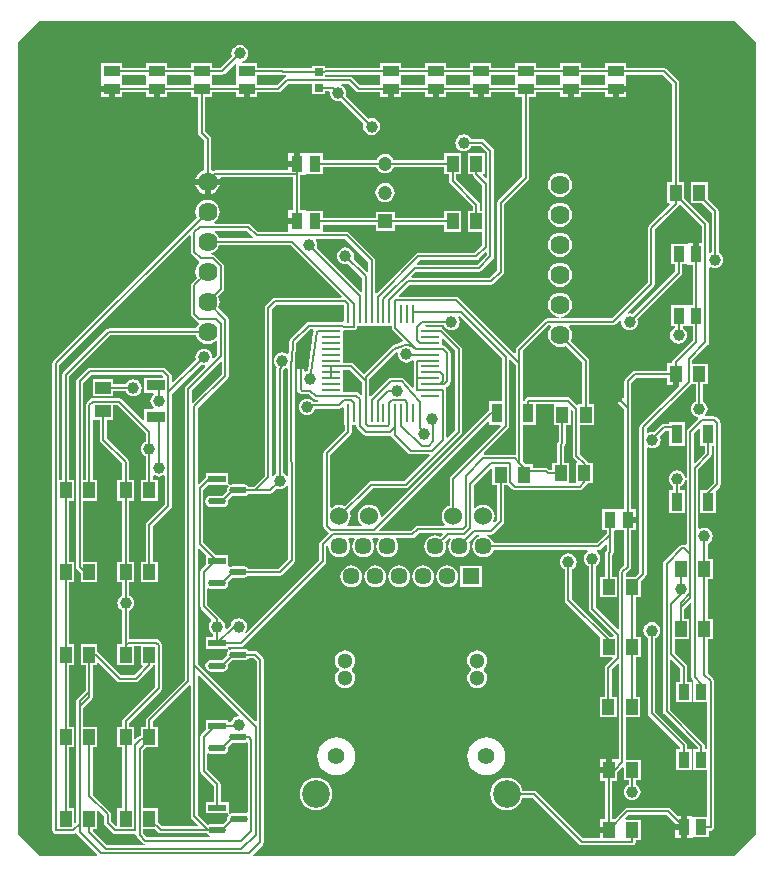
<source format=gtl>
G04*
G04 #@! TF.GenerationSoftware,Altium Limited,Altium Designer,22.9.1 (49)*
G04*
G04 Layer_Physical_Order=1*
G04 Layer_Color=255*
%FSLAX25Y25*%
%MOIN*%
G70*
G04*
G04 #@! TF.SameCoordinates,2D7BEFF4-9F28-405B-851C-CABBC44A95C7*
G04*
G04*
G04 #@! TF.FilePolarity,Positive*
G04*
G01*
G75*
%ADD12C,0.00700*%
%ADD17R,0.06142X0.01106*%
%ADD18R,0.01106X0.06142*%
%ADD19R,0.03937X0.05315*%
%ADD20R,0.03740X0.05315*%
%ADD21R,0.03543X0.06102*%
G04:AMPARAMS|DCode=22|XSize=60.01mil|YSize=22.75mil|CornerRadius=11.38mil|HoleSize=0mil|Usage=FLASHONLY|Rotation=0.000|XOffset=0mil|YOffset=0mil|HoleType=Round|Shape=RoundedRectangle|*
%AMROUNDEDRECTD22*
21,1,0.06001,0.00000,0,0,0.0*
21,1,0.03725,0.02275,0,0,0.0*
1,1,0.02275,0.01863,0.00000*
1,1,0.02275,-0.01863,0.00000*
1,1,0.02275,-0.01863,0.00000*
1,1,0.02275,0.01863,0.00000*
%
%ADD22ROUNDEDRECTD22*%
%ADD23R,0.06001X0.02275*%
%ADD24R,0.05315X0.03937*%
%ADD25R,0.06102X0.03543*%
%ADD26R,0.05315X0.03740*%
%ADD27R,0.02756X0.02559*%
%ADD43C,0.09272*%
%ADD44C,0.05512*%
%ADD45C,0.06024*%
%ADD46C,0.05118*%
%ADD47C,0.05693*%
%ADD48R,0.05693X0.05693*%
%ADD49C,0.04724*%
%ADD50R,0.04724X0.04724*%
%ADD51C,0.06378*%
%ADD52C,0.03937*%
G36*
X196369Y259826D02*
X196169Y259461D01*
X196169D01*
Y257763D01*
X188484D01*
Y259461D01*
X188484D01*
X188284Y259826D01*
Y261323D01*
X196369D01*
Y259826D01*
D02*
G37*
G36*
X181369D02*
X181169Y259461D01*
X181169D01*
Y257763D01*
X173484D01*
Y259461D01*
X173484D01*
X173284Y259826D01*
Y261323D01*
X181369D01*
Y259826D01*
D02*
G37*
G36*
X166369D02*
X166169Y259461D01*
X166169D01*
Y257763D01*
X158484D01*
Y259461D01*
X158484D01*
X158284Y259826D01*
Y261323D01*
X166369D01*
Y259826D01*
D02*
G37*
G36*
X151369D02*
X151169Y259461D01*
X151169D01*
Y257763D01*
X143484D01*
Y259461D01*
X143484D01*
X143284Y259826D01*
Y261323D01*
X151369D01*
Y259826D01*
D02*
G37*
G36*
X136369D02*
X136169Y259461D01*
X136169D01*
Y257763D01*
X128484D01*
Y259461D01*
X128484D01*
X128284Y259826D01*
Y261323D01*
X136369D01*
Y259826D01*
D02*
G37*
G36*
X121369D02*
X121169Y259461D01*
X121169D01*
Y257763D01*
X114695D01*
X112229Y260229D01*
X111849Y260483D01*
X111400Y260573D01*
X103005D01*
Y261087D01*
X103159Y261118D01*
X103467Y261323D01*
X121369D01*
Y259826D01*
D02*
G37*
G36*
X88446Y261118D02*
X88895Y261028D01*
X89938D01*
X89987Y260528D01*
X89761Y260483D01*
X89380Y260229D01*
X86914Y257763D01*
X80484D01*
Y259461D01*
X80484D01*
X80284Y259826D01*
Y261323D01*
X88138D01*
X88446Y261118D01*
D02*
G37*
G36*
X73369Y264800D02*
Y259826D01*
X73169Y259461D01*
X73169D01*
Y257763D01*
X65484D01*
Y259409D01*
X65484Y259461D01*
X65284Y259878D01*
X65284Y259961D01*
Y261323D01*
X68700D01*
X69149Y261413D01*
X69529Y261667D01*
X72869Y265007D01*
X73369Y264800D01*
D02*
G37*
G36*
X58369Y260970D02*
X58369Y259878D01*
X58169Y259461D01*
X58169Y259409D01*
Y257763D01*
X50484D01*
Y259409D01*
X50484Y259461D01*
X50284Y259878D01*
X50284Y259961D01*
Y261323D01*
X58016D01*
X58369Y260970D01*
D02*
G37*
G36*
X43369D02*
X43369Y259878D01*
X43169Y259461D01*
X43169Y259409D01*
Y257763D01*
X35484D01*
Y259409D01*
X35484Y259461D01*
X35284Y259878D01*
X35284Y259961D01*
Y261323D01*
X43016D01*
X43369Y260970D01*
D02*
G37*
G36*
X218674Y258064D02*
Y225458D01*
X217078D01*
Y218543D01*
X217777D01*
X217969Y218081D01*
X210871Y210983D01*
X210617Y210602D01*
X210527Y210154D01*
Y192086D01*
X198514Y180072D01*
X181759D01*
X181726Y180572D01*
X182368Y180657D01*
X183338Y181059D01*
X184172Y181698D01*
X184811Y182532D01*
X185213Y183502D01*
X185350Y184543D01*
X185213Y185585D01*
X184811Y186555D01*
X184172Y187388D01*
X183338Y188028D01*
X182368Y188430D01*
X181327Y188567D01*
X180286Y188430D01*
X179315Y188028D01*
X178482Y187388D01*
X177842Y186555D01*
X177441Y185585D01*
X177303Y184543D01*
X177441Y183502D01*
X177842Y182532D01*
X178482Y181698D01*
X179315Y181059D01*
X180286Y180657D01*
X180928Y180572D01*
X180895Y180072D01*
X177000D01*
X176551Y179983D01*
X176171Y179729D01*
X166871Y170429D01*
X166617Y170049D01*
X166527Y169600D01*
Y168584D01*
X166066Y168393D01*
X147518Y186940D01*
X147138Y187194D01*
X146689Y187284D01*
X127748D01*
X127557Y187745D01*
X131068Y191257D01*
X158300D01*
X158749Y191346D01*
X159129Y191601D01*
X162329Y194800D01*
X162583Y195181D01*
X162672Y195630D01*
Y218014D01*
X170729Y226071D01*
X170983Y226451D01*
X171072Y226900D01*
Y253720D01*
X173484D01*
Y255418D01*
X181169D01*
Y253720D01*
X183827D01*
Y256591D01*
X185827D01*
Y253720D01*
X188484D01*
Y255418D01*
X196169D01*
Y253720D01*
X198827D01*
Y256591D01*
X199827D01*
Y257591D01*
X203484D01*
Y259461D01*
X203484D01*
X203284Y259826D01*
Y261323D01*
X215414D01*
X218674Y258064D01*
D02*
G37*
G36*
X113380Y255762D02*
X113761Y255507D01*
X114209Y255418D01*
X121169D01*
Y253720D01*
X123827D01*
Y256591D01*
X125827D01*
Y253720D01*
X128484D01*
Y255418D01*
X136169D01*
Y253720D01*
X138827D01*
Y256591D01*
X140827D01*
Y253720D01*
X143484D01*
Y255418D01*
X151169D01*
Y253720D01*
X153827D01*
Y256591D01*
X155827D01*
Y253720D01*
X158484D01*
Y255418D01*
X166169D01*
Y253720D01*
X168728D01*
Y227386D01*
X160671Y219329D01*
X160417Y218949D01*
X160327Y218500D01*
Y196115D01*
X157814Y193602D01*
X131945D01*
X131754Y194064D01*
X133317Y195627D01*
X154200D01*
X154649Y195717D01*
X155029Y195971D01*
X158929Y199871D01*
X159183Y200251D01*
X159273Y200700D01*
Y235900D01*
X159183Y236349D01*
X158929Y236729D01*
X156229Y239429D01*
X155849Y239683D01*
X155400Y239773D01*
X151717D01*
X151625Y239996D01*
X151181Y240575D01*
X150603Y241018D01*
X149929Y241297D01*
X149206Y241392D01*
X148484Y241297D01*
X147810Y241018D01*
X147232Y240575D01*
X146788Y239996D01*
X146509Y239323D01*
X146414Y238600D01*
X146509Y237877D01*
X146788Y237204D01*
X147232Y236626D01*
X147810Y236182D01*
X148484Y235903D01*
X149206Y235808D01*
X149929Y235903D01*
X150603Y236182D01*
X151181Y236626D01*
X151625Y237204D01*
X151717Y237427D01*
X154914D01*
X156928Y235414D01*
Y226984D01*
X156465Y226793D01*
X155571Y227687D01*
X155763Y228149D01*
X156205D01*
Y235064D01*
X150669D01*
Y228149D01*
X152267D01*
X152354Y227714D01*
X152608Y227334D01*
X155428Y224514D01*
Y215851D01*
X154610D01*
Y218000D01*
X154520Y218449D01*
X154266Y218829D01*
X146736Y226360D01*
Y228149D01*
X148331D01*
Y235064D01*
X142795D01*
Y232779D01*
X125937D01*
X125762Y233201D01*
X125255Y233861D01*
X124595Y234368D01*
X123826Y234687D01*
X123000Y234796D01*
X122175Y234687D01*
X121405Y234368D01*
X120745Y233861D01*
X120238Y233201D01*
X120063Y232779D01*
X102170D01*
Y235064D01*
X96830D01*
X96465Y235264D01*
Y235264D01*
X94594D01*
Y231606D01*
X93594D01*
Y230606D01*
X90724D01*
Y229373D01*
X66483D01*
X66035Y229283D01*
X65924Y229209D01*
X64999Y229592D01*
Y240000D01*
X64910Y240449D01*
X64656Y240829D01*
X62999Y242486D01*
Y253720D01*
X65484D01*
Y255418D01*
X73169D01*
Y253720D01*
X75827D01*
Y256591D01*
X77827D01*
Y253720D01*
X80484D01*
Y255418D01*
X87400D01*
X87849Y255507D01*
X88229Y255762D01*
X90695Y258227D01*
X98649D01*
Y254806D01*
X103005D01*
Y255713D01*
X104196D01*
X104526Y255337D01*
X104508Y255200D01*
X104603Y254477D01*
X104882Y253804D01*
X105325Y253225D01*
X105904Y252782D01*
X106577Y252503D01*
X107300Y252408D01*
X108023Y252503D01*
X108246Y252595D01*
X115895Y244946D01*
X115803Y244723D01*
X115708Y244000D01*
X115803Y243277D01*
X116082Y242604D01*
X116525Y242025D01*
X117104Y241582D01*
X117777Y241303D01*
X118500Y241208D01*
X119223Y241303D01*
X119896Y241582D01*
X120475Y242025D01*
X120918Y242604D01*
X121197Y243277D01*
X121292Y244000D01*
X121197Y244723D01*
X120918Y245396D01*
X120475Y245974D01*
X119896Y246418D01*
X119223Y246697D01*
X118500Y246792D01*
X117777Y246697D01*
X117554Y246605D01*
X109905Y254254D01*
X109997Y254477D01*
X110092Y255200D01*
X109997Y255923D01*
X109718Y256596D01*
X109274Y257174D01*
X108696Y257618D01*
X108433Y257728D01*
X108532Y258227D01*
X110914D01*
X113380Y255762D01*
D02*
G37*
G36*
X142795Y228149D02*
X144390D01*
Y225874D01*
X144480Y225425D01*
X144734Y225045D01*
X152264Y217514D01*
Y215851D01*
X150669D01*
Y208936D01*
X155428D01*
Y204386D01*
X152914Y201872D01*
X134116D01*
X133667Y201783D01*
X133287Y201529D01*
X120182Y188424D01*
X119720Y188615D01*
Y199379D01*
X119631Y199827D01*
X119376Y200208D01*
X111036Y208548D01*
X110656Y208802D01*
X110207Y208891D01*
X102651D01*
X102170Y208936D01*
X102170Y209391D01*
Y211221D01*
X119838D01*
Y209231D01*
X126162D01*
Y211221D01*
X142795D01*
Y208936D01*
X148331D01*
Y215851D01*
X142795D01*
Y213566D01*
X126162D01*
Y215556D01*
X119838D01*
Y213566D01*
X102170D01*
Y215851D01*
X96882Y215851D01*
X96465Y216051D01*
X96413Y216051D01*
X94767D01*
Y227949D01*
X96465D01*
Y227949D01*
X96830Y228149D01*
X102170D01*
Y230434D01*
X120063D01*
X120238Y230012D01*
X120745Y229351D01*
X121405Y228844D01*
X122175Y228525D01*
X123000Y228417D01*
X123826Y228525D01*
X124595Y228844D01*
X125255Y229351D01*
X125762Y230012D01*
X125937Y230434D01*
X142795D01*
Y228149D01*
D02*
G37*
G36*
X79026Y207216D02*
X78819Y206716D01*
X67659D01*
X67311Y207555D01*
X66672Y208388D01*
X66100Y208827D01*
X66269Y209328D01*
X76914D01*
X79026Y207216D01*
D02*
G37*
G36*
X231827Y215335D02*
Y202113D01*
X231391Y201858D01*
X230973Y202064D01*
Y211346D01*
X230883Y211795D01*
X230629Y212175D01*
X224628Y218177D01*
X224969Y218543D01*
X228620D01*
X231827Y215335D01*
D02*
G37*
G36*
X228627Y210861D02*
Y205157D01*
X227736D01*
Y201500D01*
X225736D01*
Y205157D01*
X223866D01*
Y205157D01*
X223501Y204958D01*
X218161D01*
Y198043D01*
X219658D01*
Y195716D01*
X205446Y181505D01*
X205223Y181597D01*
X204500Y181692D01*
X204106Y181641D01*
X203872Y182114D01*
X212529Y190771D01*
X212783Y191151D01*
X212873Y191600D01*
Y209668D01*
X220675Y217471D01*
X220930Y217851D01*
X220930Y217851D01*
X221472Y218016D01*
X228627Y210861D01*
D02*
G37*
G36*
X156928Y201916D02*
Y201186D01*
X153714Y197973D01*
X133700D01*
X133509Y198434D01*
X134601Y199528D01*
X153400D01*
X153849Y199617D01*
X154229Y199871D01*
X156465Y202107D01*
X156928Y201916D01*
D02*
G37*
G36*
X246697Y272167D02*
Y8332D01*
X239167Y803D01*
X79068D01*
X78861Y1303D01*
X82229Y4671D01*
X82483Y5051D01*
X82573Y5500D01*
Y66300D01*
X82483Y66749D01*
X82229Y67129D01*
X80529Y68829D01*
X80149Y69083D01*
X79700Y69173D01*
X77540D01*
X77390Y69397D01*
X76749Y69826D01*
X75993Y69976D01*
X72268D01*
X71512Y69826D01*
X71183Y69606D01*
X70764Y69927D01*
Y70568D01*
X74900D01*
X75349Y70657D01*
X75729Y70911D01*
X103029Y98211D01*
X103283Y98592D01*
X103373Y99040D01*
Y104111D01*
X103627Y104308D01*
X104097Y104046D01*
X104094Y104020D01*
X104219Y103068D01*
X104586Y102181D01*
X105171Y101419D01*
X105933Y100835D01*
X106820Y100467D01*
X107772Y100342D01*
X108723Y100467D01*
X109611Y100835D01*
X110372Y101419D01*
X110957Y102181D01*
X111324Y103068D01*
X111450Y104020D01*
X111324Y104972D01*
X110957Y105859D01*
X110584Y106344D01*
X110831Y106844D01*
X112704D01*
X112951Y106344D01*
X112579Y105859D01*
X112211Y104972D01*
X112086Y104020D01*
X112211Y103068D01*
X112579Y102181D01*
X113163Y101419D01*
X113925Y100835D01*
X114812Y100467D01*
X115764Y100342D01*
X116716Y100467D01*
X117603Y100835D01*
X118365Y101419D01*
X118949Y102181D01*
X119316Y103068D01*
X119442Y104020D01*
X119316Y104972D01*
X118949Y105859D01*
X118577Y106344D01*
X118823Y106844D01*
X120696D01*
X120943Y106344D01*
X120571Y105859D01*
X120203Y104972D01*
X120078Y104020D01*
X120203Y103068D01*
X120571Y102181D01*
X121155Y101419D01*
X121917Y100835D01*
X122804Y100467D01*
X123756Y100342D01*
X124708Y100467D01*
X125595Y100835D01*
X126357Y101419D01*
X126941Y102181D01*
X127309Y103068D01*
X127434Y104020D01*
X127309Y104972D01*
X126941Y105859D01*
X126569Y106344D01*
X126815Y106844D01*
X132100D01*
X132549Y106933D01*
X132929Y107187D01*
X134369Y108627D01*
X142036D01*
X142228Y108166D01*
X141358Y107296D01*
X140692Y107572D01*
X139740Y107698D01*
X138788Y107572D01*
X137901Y107205D01*
X137139Y106621D01*
X136555Y105859D01*
X136188Y104972D01*
X136062Y104020D01*
X136188Y103068D01*
X136555Y102181D01*
X137139Y101419D01*
X137901Y100835D01*
X138788Y100467D01*
X139740Y100342D01*
X140692Y100467D01*
X141579Y100835D01*
X142341Y101419D01*
X142925Y102181D01*
X143293Y103068D01*
X143418Y104020D01*
X143293Y104972D01*
X143017Y105638D01*
X144278Y106900D01*
X144775Y106854D01*
X144984Y106428D01*
X144547Y105859D01*
X144180Y104972D01*
X144054Y104020D01*
X144180Y103068D01*
X144547Y102181D01*
X145132Y101419D01*
X145893Y100835D01*
X146781Y100467D01*
X147732Y100342D01*
X148684Y100467D01*
X149571Y100835D01*
X150333Y101419D01*
X150918Y102181D01*
X151285Y103068D01*
X151410Y104020D01*
X151285Y104972D01*
X151009Y105638D01*
X153298Y107928D01*
X154323D01*
X154423Y107428D01*
X153885Y107205D01*
X153124Y106621D01*
X152539Y105859D01*
X152172Y104972D01*
X152047Y104020D01*
X152172Y103068D01*
X152539Y102181D01*
X153124Y101419D01*
X153885Y100835D01*
X154772Y100467D01*
X155724Y100342D01*
X156676Y100467D01*
X157563Y100835D01*
X158325Y101419D01*
X158910Y102181D01*
X159186Y102847D01*
X190380D01*
X190442Y102728D01*
X190511Y102347D01*
X190025Y101974D01*
X189582Y101396D01*
X189303Y100723D01*
X189208Y100000D01*
X189303Y99277D01*
X189582Y98604D01*
X190025Y98026D01*
X190604Y97582D01*
X190828Y97489D01*
Y83300D01*
X190917Y82851D01*
X191171Y82471D01*
X199184Y74458D01*
X198977Y73958D01*
X197916D01*
X185273Y86602D01*
Y96389D01*
X185496Y96482D01*
X186074Y96925D01*
X186518Y97504D01*
X186797Y98177D01*
X186892Y98900D01*
X186797Y99623D01*
X186518Y100296D01*
X186074Y100874D01*
X185496Y101318D01*
X184823Y101597D01*
X184100Y101692D01*
X183377Y101597D01*
X182704Y101318D01*
X182125Y100874D01*
X181682Y100296D01*
X181403Y99623D01*
X181308Y98900D01*
X181403Y98177D01*
X181682Y97504D01*
X182125Y96925D01*
X182704Y96482D01*
X182928Y96389D01*
Y86116D01*
X183017Y85667D01*
X183271Y85287D01*
X194747Y73810D01*
Y67042D01*
X198665D01*
X198857Y66581D01*
X196624Y64347D01*
X196370Y63967D01*
X196280Y63518D01*
Y53957D01*
X194684D01*
Y47043D01*
X200221D01*
Y53957D01*
X198625D01*
Y63033D01*
X200500Y64907D01*
X200962Y64716D01*
Y33212D01*
X200484Y33158D01*
Y33158D01*
X198516D01*
Y29500D01*
X197516D01*
Y28500D01*
X194547D01*
Y25842D01*
X196343D01*
Y13158D01*
X194547D01*
Y10500D01*
X197516D01*
Y8500D01*
X194547D01*
Y6773D01*
X189086D01*
X173529Y22329D01*
X173149Y22583D01*
X172700Y22672D01*
X168828D01*
X168796Y22919D01*
X168248Y24241D01*
X167377Y25377D01*
X166241Y26248D01*
X164919Y26796D01*
X163500Y26983D01*
X162081Y26796D01*
X160759Y26248D01*
X159623Y25377D01*
X158752Y24241D01*
X158204Y22919D01*
X158017Y21500D01*
X158204Y20081D01*
X158752Y18759D01*
X159623Y17623D01*
X160759Y16752D01*
X162081Y16204D01*
X163500Y16017D01*
X164919Y16204D01*
X166241Y16752D01*
X167377Y17623D01*
X168248Y18759D01*
X168796Y20081D01*
X168828Y20327D01*
X172214D01*
X187771Y4771D01*
X188151Y4517D01*
X188600Y4428D01*
X205390D01*
X205838Y4517D01*
X206219Y4771D01*
X206473Y5151D01*
X206562Y5600D01*
Y6042D01*
X208158D01*
Y12957D01*
X203285D01*
X203093Y13419D01*
X204202Y14527D01*
X216862D01*
X219677Y11712D01*
Y11500D01*
X221547D01*
Y14157D01*
X220548D01*
X218176Y16529D01*
X217796Y16783D01*
X217347Y16872D01*
X203716D01*
X203267Y16783D01*
X202887Y16529D01*
X199515Y13158D01*
X198688D01*
Y25842D01*
X200484D01*
Y28826D01*
X202159Y30501D01*
X202621Y30310D01*
Y26043D01*
X204217D01*
Y24701D01*
X203994Y24608D01*
X203415Y24164D01*
X202972Y23586D01*
X202693Y22912D01*
X202597Y22190D01*
X202693Y21467D01*
X202972Y20794D01*
X203415Y20215D01*
X203994Y19771D01*
X204667Y19493D01*
X205390Y19397D01*
X206113Y19493D01*
X206786Y19771D01*
X207364Y20215D01*
X207808Y20794D01*
X208087Y21467D01*
X208182Y22190D01*
X208087Y22912D01*
X207808Y23586D01*
X207364Y24164D01*
X206786Y24608D01*
X206562Y24701D01*
Y26043D01*
X208158D01*
Y32958D01*
X203307D01*
Y47043D01*
X208095D01*
Y53957D01*
X206499D01*
Y60146D01*
X206562Y60463D01*
Y67042D01*
X208158D01*
Y73958D01*
X206562D01*
Y87042D01*
X208158D01*
Y92310D01*
X209810Y93963D01*
X210065Y94343D01*
X210154Y94792D01*
Y136938D01*
X210602Y137160D01*
X210704Y137082D01*
X211377Y136803D01*
X212100Y136708D01*
X212823Y136803D01*
X213496Y137082D01*
X214074Y137525D01*
X214518Y138104D01*
X214797Y138777D01*
X214892Y139500D01*
X214797Y140223D01*
X214558Y140800D01*
X216386Y142628D01*
X217712D01*
Y137649D01*
X222855D01*
Y145351D01*
X217712D01*
Y144973D01*
X215900D01*
X215451Y144883D01*
X215071Y144629D01*
X212660Y142219D01*
X212100Y142292D01*
X211377Y142197D01*
X210704Y141918D01*
X210602Y141841D01*
X210154Y142062D01*
Y143196D01*
X225001Y158043D01*
X226548D01*
Y152331D01*
X226324Y152239D01*
X225746Y151795D01*
X225302Y151217D01*
X225023Y150543D01*
X224928Y149820D01*
X225023Y149098D01*
X225302Y148424D01*
X225746Y147846D01*
X226324Y147402D01*
X226998Y147123D01*
X227228Y147093D01*
X227407Y146565D01*
X223871Y143029D01*
X223617Y142649D01*
X223528Y142200D01*
Y127001D01*
X223027Y126969D01*
X222981Y127323D01*
X222702Y127996D01*
X222258Y128575D01*
X221680Y129018D01*
X221006Y129297D01*
X220284Y129392D01*
X219561Y129297D01*
X218887Y129018D01*
X218309Y128575D01*
X217865Y127996D01*
X217586Y127323D01*
X217491Y126600D01*
X217586Y125877D01*
X217865Y125204D01*
X218309Y124626D01*
X218887Y124182D01*
X219111Y124089D01*
Y122851D01*
X217712D01*
Y115149D01*
X222855D01*
Y122851D01*
X221456D01*
Y124089D01*
X221680Y124182D01*
X222258Y124626D01*
X222702Y125204D01*
X222981Y125877D01*
X223027Y126232D01*
X223528Y126199D01*
Y104886D01*
X223027Y104607D01*
X222700Y104673D01*
X222100D01*
X221651Y104583D01*
X221271Y104329D01*
X216071Y99129D01*
X215817Y98749D01*
X215727Y98300D01*
Y49053D01*
X215817Y48604D01*
X216071Y48224D01*
X227280Y37014D01*
Y36457D01*
X225783D01*
Y29542D01*
X230328D01*
Y13958D01*
X225783D01*
X225417Y14157D01*
Y14157D01*
X223547D01*
Y10500D01*
Y6842D01*
X225417D01*
Y6842D01*
X225783Y7042D01*
X231123D01*
Y9328D01*
X231500D01*
X231949Y9417D01*
X232329Y9671D01*
X232583Y10051D01*
X232673Y10500D01*
Y59137D01*
X232583Y59586D01*
X232329Y59966D01*
X230609Y61686D01*
Y73043D01*
X232206D01*
Y79957D01*
X230609D01*
Y93042D01*
X232206D01*
Y99958D01*
X230609D01*
Y104989D01*
X230833Y105082D01*
X231412Y105526D01*
X231855Y106104D01*
X232134Y106777D01*
X232229Y107500D01*
X232134Y108223D01*
X231855Y108896D01*
X231412Y109475D01*
X230833Y109918D01*
X230160Y110197D01*
X229437Y110292D01*
X228714Y110197D01*
X228041Y109918D01*
X227921Y109826D01*
X227472Y110047D01*
Y129814D01*
X231546Y133888D01*
X231800Y134268D01*
X231889Y134717D01*
Y137649D01*
X232527D01*
Y125169D01*
X230210Y122851D01*
X228145D01*
Y115149D01*
X233289D01*
Y122613D01*
X234529Y123854D01*
X234783Y124234D01*
X234873Y124683D01*
Y145200D01*
X234783Y145649D01*
X234529Y146029D01*
X233529Y147029D01*
X233149Y147283D01*
X232700Y147372D01*
X229899D01*
X229735Y147752D01*
X229715Y147872D01*
X230139Y148424D01*
X230418Y149098D01*
X230513Y149820D01*
X230418Y150543D01*
X230139Y151217D01*
X229695Y151795D01*
X229117Y152239D01*
X228893Y152331D01*
Y158043D01*
X230489D01*
Y164957D01*
X225373D01*
Y166014D01*
X230629Y171271D01*
X230883Y171651D01*
X230973Y172100D01*
Y196936D01*
X231472Y197182D01*
X231604Y197082D01*
X232277Y196803D01*
X233000Y196708D01*
X233723Y196803D01*
X234396Y197082D01*
X234975Y197526D01*
X235418Y198104D01*
X235697Y198777D01*
X235792Y199500D01*
X235697Y200223D01*
X235418Y200896D01*
X234975Y201474D01*
X234396Y201918D01*
X234173Y202011D01*
Y215820D01*
X234083Y216269D01*
X233829Y216650D01*
X230489Y219990D01*
Y225458D01*
X224952D01*
Y218560D01*
X224586Y218218D01*
X222615Y220190D01*
Y225458D01*
X221019D01*
Y258550D01*
X220930Y258998D01*
X220675Y259379D01*
X216729Y263325D01*
X216349Y263579D01*
X215900Y263668D01*
X203284D01*
Y265166D01*
X196369D01*
Y263668D01*
X188284D01*
Y265166D01*
X181369D01*
Y263668D01*
X173284D01*
Y265166D01*
X166369D01*
Y263668D01*
X158284D01*
Y265166D01*
X151369D01*
Y263668D01*
X143284D01*
Y265166D01*
X136369D01*
Y263668D01*
X128284D01*
Y265166D01*
X121369D01*
Y263668D01*
X103006D01*
X103005Y263669D01*
Y264280D01*
X98649D01*
Y263373D01*
X89357D01*
X89049Y263579D01*
X88600Y263668D01*
X80284D01*
Y265166D01*
X75359D01*
X75275Y265651D01*
X75948Y265930D01*
X76526Y266373D01*
X76970Y266952D01*
X77249Y267625D01*
X77344Y268348D01*
X77249Y269071D01*
X76970Y269744D01*
X76526Y270322D01*
X75948Y270766D01*
X75275Y271045D01*
X74552Y271140D01*
X73829Y271045D01*
X73156Y270766D01*
X72578Y270322D01*
X72134Y269744D01*
X71855Y269071D01*
X71760Y268348D01*
X71855Y267625D01*
X71947Y267402D01*
X68214Y263668D01*
X65284D01*
Y265166D01*
X58369D01*
Y263668D01*
X50284D01*
Y265166D01*
X43369D01*
Y263668D01*
X35284D01*
Y265166D01*
X28369D01*
X28369Y259878D01*
X28169Y259461D01*
X28169Y259409D01*
Y257591D01*
X31827D01*
Y256591D01*
X32827D01*
Y253720D01*
X35484D01*
Y255418D01*
X43169D01*
Y253720D01*
X45827D01*
Y256591D01*
X47827D01*
Y253720D01*
X50484D01*
Y255418D01*
X58169D01*
Y253720D01*
X60654D01*
Y242000D01*
X60743Y241551D01*
X60998Y241171D01*
X62654Y239514D01*
Y229592D01*
X61714Y229203D01*
X60839Y228531D01*
X60168Y227656D01*
X59746Y226637D01*
X59733Y226543D01*
X63827D01*
X67932D01*
X68216Y227028D01*
X92422D01*
Y216051D01*
X90724D01*
Y213394D01*
X93594D01*
Y211394D01*
X90724D01*
Y208891D01*
X80667D01*
X78229Y211329D01*
X77849Y211583D01*
X77400Y211672D01*
X66156D01*
X65987Y212173D01*
X66672Y212698D01*
X67311Y213532D01*
X67713Y214502D01*
X67850Y215543D01*
X67713Y216585D01*
X67311Y217555D01*
X66672Y218388D01*
X65838Y219028D01*
X64868Y219430D01*
X63827Y219567D01*
X62786Y219430D01*
X61815Y219028D01*
X60982Y218388D01*
X60342Y217555D01*
X59940Y216585D01*
X59803Y215543D01*
X59940Y214502D01*
X60288Y213663D01*
X12471Y165846D01*
X12217Y165465D01*
X12128Y165017D01*
Y9500D01*
X12217Y9051D01*
X12471Y8671D01*
X12571Y8571D01*
X12951Y8317D01*
X13400Y8228D01*
X19100D01*
X19549Y8317D01*
X19624Y8367D01*
X20055Y8441D01*
X20275Y8214D01*
X20371Y8071D01*
X27139Y1303D01*
X26932Y803D01*
X7833D01*
X803Y7833D01*
Y272167D01*
X7833Y279197D01*
X239668D01*
X246697Y272167D01*
D02*
G37*
G36*
X117375Y198893D02*
Y195637D01*
X116913Y195446D01*
X112405Y199954D01*
X112497Y200177D01*
X112592Y200900D01*
X112497Y201623D01*
X112218Y202296D01*
X111775Y202874D01*
X111196Y203318D01*
X110523Y203597D01*
X109800Y203692D01*
X109077Y203597D01*
X108404Y203318D01*
X107826Y202874D01*
X107382Y202296D01*
X107103Y201623D01*
X107008Y200900D01*
X107103Y200177D01*
X107382Y199504D01*
X107826Y198925D01*
X108404Y198482D01*
X109077Y198203D01*
X109800Y198108D01*
X110523Y198203D01*
X110746Y198295D01*
X115406Y193635D01*
Y189005D01*
X114944Y188814D01*
X100105Y203654D01*
X100197Y203877D01*
X100292Y204600D01*
X100197Y205323D01*
X99918Y205996D01*
X99840Y206098D01*
X100062Y206546D01*
X109722D01*
X117375Y198893D01*
D02*
G37*
G36*
X223866Y197843D02*
Y197843D01*
X225564D01*
Y184658D01*
X223918D01*
X223866Y184658D01*
X223449Y184458D01*
X223366Y184458D01*
X218161D01*
Y177542D01*
X219658D01*
Y176911D01*
X219434Y176818D01*
X218856Y176374D01*
X218412Y175796D01*
X218133Y175123D01*
X218038Y174400D01*
X218133Y173677D01*
X218412Y173004D01*
X218856Y172425D01*
X219434Y171982D01*
X220108Y171703D01*
X220831Y171608D01*
X221553Y171703D01*
X222227Y171982D01*
X222805Y172425D01*
X223249Y173004D01*
X223528Y173677D01*
X223623Y174400D01*
X223528Y175123D01*
X223249Y175796D01*
X222805Y176374D01*
X222258Y176795D01*
X222221Y176893D01*
X222187Y177373D01*
X222357Y177542D01*
X223449Y177542D01*
X223866Y177342D01*
X223918Y177342D01*
X225564D01*
Y172775D01*
X219017Y166229D01*
X218763Y165849D01*
X218674Y165400D01*
Y165157D01*
X216878D01*
Y162672D01*
X206300D01*
X205851Y162583D01*
X205471Y162329D01*
X203077Y159935D01*
X202822Y159554D01*
X202733Y159106D01*
Y153778D01*
X202271Y153587D01*
X201229Y154629D01*
X200849Y154883D01*
X200400Y154973D01*
X199951Y154883D01*
X199571Y154629D01*
X199317Y154249D01*
X199227Y153800D01*
X199317Y153351D01*
X199571Y152971D01*
X202733Y149809D01*
Y116657D01*
X201087D01*
X201035Y116657D01*
X200618Y116457D01*
X200535Y116457D01*
X195330D01*
Y109543D01*
X196827D01*
Y108386D01*
X193634Y105192D01*
X159186D01*
X158910Y105859D01*
X158325Y106621D01*
X157563Y107205D01*
X157026Y107428D01*
X157126Y107928D01*
X158300D01*
X158749Y108017D01*
X159129Y108271D01*
X162392Y111534D01*
X162646Y111914D01*
X162735Y112363D01*
Y124542D01*
X163999D01*
X165471Y123071D01*
X165851Y122817D01*
X166300Y122728D01*
X187837D01*
X188286Y122817D01*
X188666Y123071D01*
X190266Y124671D01*
X190514Y125042D01*
X192206D01*
Y131957D01*
X190601D01*
X190583Y132049D01*
X190329Y132429D01*
X187972Y134786D01*
Y144543D01*
X192706D01*
Y151458D01*
X191110D01*
Y165933D01*
X191020Y166382D01*
X190766Y166762D01*
X184865Y172663D01*
X185213Y173502D01*
X185350Y174543D01*
X185213Y175585D01*
X184811Y176555D01*
X184295Y177227D01*
X184508Y177727D01*
X199000D01*
X199449Y177817D01*
X199829Y178071D01*
X201286Y179528D01*
X201760Y179294D01*
X201708Y178900D01*
X201803Y178177D01*
X202082Y177504D01*
X202525Y176926D01*
X203104Y176482D01*
X203777Y176203D01*
X204500Y176108D01*
X205223Y176203D01*
X205896Y176482D01*
X206474Y176926D01*
X206918Y177504D01*
X207197Y178177D01*
X207292Y178900D01*
X207197Y179623D01*
X207105Y179846D01*
X221660Y194402D01*
X221914Y194782D01*
X222003Y195231D01*
Y198043D01*
X223501D01*
X223866Y197843D01*
D02*
G37*
G36*
X162127Y166814D02*
Y152351D01*
X157712D01*
Y149490D01*
X157471Y149329D01*
X122070Y113928D01*
X121598Y114163D01*
X121485Y115015D01*
X121101Y115942D01*
X120490Y116738D01*
X119694Y117349D01*
X118767Y117734D01*
X117772Y117865D01*
X116777Y117734D01*
X115849Y117349D01*
X115053Y116738D01*
X114442Y115942D01*
X114058Y115015D01*
X113927Y114020D01*
X114058Y113025D01*
X114442Y112098D01*
X115053Y111301D01*
X115227Y111168D01*
X115066Y110694D01*
X110477D01*
X110316Y111168D01*
X110490Y111301D01*
X111101Y112098D01*
X111485Y113025D01*
X111616Y114020D01*
X111485Y115015D01*
X111175Y115765D01*
X118837Y123427D01*
X129900D01*
X130349Y123517D01*
X130729Y123771D01*
X148429Y141471D01*
X148683Y141851D01*
X148773Y142300D01*
Y169727D01*
X148683Y170176D01*
X148429Y170556D01*
X142329Y176656D01*
X141949Y176910D01*
X141828Y176934D01*
Y177227D01*
X136539D01*
X136272Y177727D01*
X136272Y177727D01*
X142589D01*
X142682Y177504D01*
X143125Y176926D01*
X143704Y176482D01*
X144377Y176203D01*
X145100Y176108D01*
X145823Y176203D01*
X146496Y176482D01*
X147074Y176926D01*
X147518Y177504D01*
X147797Y178177D01*
X147892Y178900D01*
X147797Y179623D01*
X147518Y180296D01*
X147418Y180427D01*
X147646Y180940D01*
X147964Y180978D01*
X162127Y166814D01*
D02*
G37*
G36*
X109273Y184527D02*
Y179188D01*
X108800Y178772D01*
X97500D01*
X97051Y178683D01*
X96671Y178429D01*
X91476Y173234D01*
X91372Y173078D01*
X91257Y172930D01*
X91245Y172889D01*
X91222Y172854D01*
X91185Y172670D01*
X91136Y172489D01*
X90843Y168414D01*
X90325Y168181D01*
X90110Y168346D01*
X89437Y168625D01*
X88714Y168720D01*
X87991Y168625D01*
X87318Y168346D01*
X86739Y167903D01*
X86296Y167324D01*
X86017Y166651D01*
X85922Y165928D01*
X86017Y165205D01*
X86296Y164532D01*
X86739Y163953D01*
X86985Y163765D01*
X86760Y162835D01*
X86755Y162696D01*
X86727Y162559D01*
Y128471D01*
X86504Y128378D01*
X85926Y127935D01*
X85672Y127605D01*
X85172Y127775D01*
Y183114D01*
X86686Y184627D01*
X109173D01*
X109273Y184527D01*
D02*
G37*
G36*
X60342Y173532D02*
X60982Y172698D01*
X61815Y172059D01*
X62786Y171657D01*
X63827Y171520D01*
X64868Y171657D01*
X65838Y172059D01*
X66527Y172588D01*
X67027Y172391D01*
Y167922D01*
X65835Y166730D01*
X65361Y166963D01*
X65392Y167200D01*
X65297Y167923D01*
X65018Y168596D01*
X64574Y169175D01*
X63996Y169618D01*
X63323Y169897D01*
X62600Y169992D01*
X61877Y169897D01*
X61204Y169618D01*
X60625Y169175D01*
X60182Y168596D01*
X59903Y167923D01*
X59808Y167200D01*
X59903Y166477D01*
X59995Y166254D01*
X52434Y158693D01*
X51973Y158884D01*
Y160700D01*
X51883Y161149D01*
X51629Y161529D01*
X49829Y163329D01*
X49449Y163583D01*
X49000Y163672D01*
X24600D01*
X24151Y163583D01*
X23771Y163329D01*
X20371Y159929D01*
X20117Y159549D01*
X20028Y159100D01*
Y97300D01*
X20117Y96851D01*
X20371Y96471D01*
X21471Y95371D01*
X21606Y95281D01*
Y92042D01*
X27143D01*
Y98958D01*
X22373D01*
Y119302D01*
X27143D01*
Y126217D01*
X25547D01*
Y146294D01*
X27828D01*
Y139663D01*
X27917Y139214D01*
X28171Y138834D01*
X35390Y131614D01*
Y126217D01*
X33795D01*
Y119302D01*
X35390D01*
Y98958D01*
X33795D01*
Y92042D01*
X35390D01*
Y87611D01*
X35167Y87518D01*
X34589Y87075D01*
X34145Y86496D01*
X33866Y85823D01*
X33771Y85100D01*
X33866Y84377D01*
X34145Y83704D01*
X34589Y83126D01*
X35167Y82682D01*
X35390Y82589D01*
Y71457D01*
X33795D01*
Y64543D01*
X39331D01*
Y70828D01*
X41669D01*
Y64543D01*
X42131D01*
X42322Y64081D01*
X39414Y61172D01*
X34986D01*
X27329Y68829D01*
X27143Y68954D01*
Y71457D01*
X21606D01*
Y64543D01*
X23201D01*
Y56060D01*
X20371Y53229D01*
X20117Y52849D01*
X20028Y52400D01*
Y50800D01*
Y12045D01*
X19742Y11815D01*
X19268Y12023D01*
Y16717D01*
X17673D01*
Y37042D01*
X19268D01*
Y43957D01*
X17673D01*
Y64543D01*
X19268D01*
Y71457D01*
X17673D01*
Y92042D01*
X19268D01*
Y98958D01*
X17673D01*
Y119302D01*
X19268D01*
Y126217D01*
X17673D01*
Y160614D01*
X31429Y174371D01*
X59995D01*
X60342Y173532D01*
D02*
G37*
G36*
X99112Y176250D02*
X99240Y175970D01*
X99248Y175927D01*
X99207Y175865D01*
X99179Y175724D01*
X99130Y175589D01*
X97211Y162670D01*
X96604Y162418D01*
X96503Y162340D01*
X96054Y162562D01*
Y165000D01*
X95965Y165449D01*
X95711Y165829D01*
X95330Y166083D01*
X94881Y166173D01*
X94433Y166083D01*
X94052Y165829D01*
X93798Y165449D01*
X93709Y165000D01*
Y156410D01*
X93798Y155961D01*
X94052Y155581D01*
X94462Y155171D01*
X94843Y154917D01*
X95292Y154827D01*
X97514D01*
X98997Y153344D01*
X99378Y153090D01*
X99827Y153001D01*
X100619D01*
X100689Y152931D01*
X100684Y152529D01*
X100458Y152292D01*
X99115D01*
X98975Y152474D01*
X98396Y152918D01*
X97723Y153197D01*
X97000Y153292D01*
X96277Y153197D01*
X95604Y152918D01*
X95025Y152474D01*
X94582Y151896D01*
X94303Y151223D01*
X94208Y150500D01*
X94303Y149777D01*
X94582Y149104D01*
X95025Y148526D01*
X95604Y148082D01*
X96277Y147803D01*
X97000Y147708D01*
X97723Y147803D01*
X98396Y148082D01*
X98975Y148526D01*
X99418Y149104D01*
X99697Y149777D01*
X99720Y149947D01*
X107819D01*
X108268Y150036D01*
X108649Y150290D01*
X108811Y150453D01*
X109273Y150262D01*
Y144673D01*
X109501D01*
Y142686D01*
X102771Y135956D01*
X102517Y135575D01*
X102427Y135127D01*
Y110900D01*
X102517Y110451D01*
X102771Y110071D01*
X104149Y108693D01*
X104184Y108342D01*
X101371Y105529D01*
X101117Y105149D01*
X101028Y104700D01*
Y99526D01*
X76731Y75230D01*
X76354Y75560D01*
X76618Y75904D01*
X76897Y76577D01*
X76992Y77300D01*
X76897Y78023D01*
X76618Y78696D01*
X76174Y79274D01*
X75596Y79718D01*
X74923Y79997D01*
X74200Y80092D01*
X73477Y79997D01*
X72804Y79718D01*
X72225Y79274D01*
X71782Y78696D01*
X71503Y78023D01*
X71490Y77924D01*
X70163Y76598D01*
X69690Y76832D01*
X69756Y77336D01*
X69661Y78059D01*
X69382Y78732D01*
X68938Y79311D01*
X68360Y79755D01*
X68112Y79857D01*
X68047Y80185D01*
X67793Y80565D01*
X63764Y84594D01*
Y89793D01*
X64205Y90028D01*
X64345Y89935D01*
X65101Y89784D01*
X68827D01*
X69583Y89935D01*
X70223Y90363D01*
X70652Y91004D01*
X70802Y91760D01*
X70712Y92214D01*
X72063Y93565D01*
X72268Y93524D01*
X75993D01*
X76749Y93675D01*
X77390Y94103D01*
X77540Y94328D01*
X87900D01*
X88349Y94417D01*
X88729Y94671D01*
X92724Y98666D01*
X92978Y99046D01*
X93068Y99495D01*
Y100075D01*
X93067Y100076D01*
X93068Y100077D01*
X92936Y164994D01*
X92936Y164994D01*
X92983Y165288D01*
X92994Y165621D01*
X93443Y171885D01*
X97986Y176427D01*
X98979D01*
X99112Y176250D01*
D02*
G37*
G36*
X122853Y177386D02*
X125249D01*
Y176821D01*
X125338Y176373D01*
X125592Y175992D01*
X128845Y172739D01*
X128713Y172164D01*
X128535Y172091D01*
X128418Y172066D01*
X125435Y170795D01*
X125251Y170669D01*
X125066Y170545D01*
X115929Y161408D01*
X112492Y164845D01*
X112112Y165099D01*
X111663Y165188D01*
X108914D01*
Y168521D01*
Y172458D01*
Y175793D01*
X109200Y176028D01*
X112642D01*
X113091Y176117D01*
X113471Y176371D01*
X113725Y176751D01*
X113814Y177200D01*
Y177586D01*
X122853D01*
Y177386D01*
D02*
G37*
G36*
X220846Y157805D02*
X221022Y157381D01*
X208152Y144510D01*
X207898Y144130D01*
X207809Y143681D01*
Y95277D01*
X206489Y93958D01*
X203307D01*
Y94943D01*
X204735Y96371D01*
X204989Y96751D01*
X205078Y97200D01*
Y109343D01*
X206776D01*
Y112000D01*
X203906D01*
Y114000D01*
X206776D01*
Y116657D01*
X205078D01*
Y150294D01*
Y158620D01*
X206786Y160327D01*
X216878D01*
Y157843D01*
X218846D01*
Y161500D01*
X220846D01*
Y157805D01*
D02*
G37*
G36*
X127361Y168523D02*
X127308Y168119D01*
X127403Y167396D01*
X127682Y166722D01*
X128126Y166144D01*
X128704Y165700D01*
X129377Y165421D01*
X130100Y165326D01*
X130823Y165421D01*
X131496Y165700D01*
X132045Y166121D01*
X132290Y166068D01*
X132317Y166058D01*
X132527Y165913D01*
Y160079D01*
Y157173D01*
X132057Y157003D01*
X131020Y158250D01*
X130978Y158284D01*
X130948Y158329D01*
X129329Y159948D01*
X128949Y160202D01*
X128500Y160291D01*
X124966D01*
X124517Y160202D01*
X124137Y159948D01*
X118213Y154024D01*
X117751Y154216D01*
Y159914D01*
X126564Y168727D01*
X126902Y168871D01*
X127361Y168523D01*
D02*
G37*
G36*
X115406Y158614D02*
Y154579D01*
X114944Y154387D01*
X114238Y155094D01*
X113858Y155348D01*
X113409Y155437D01*
X109114D01*
Y155773D01*
X108914D01*
Y158679D01*
Y162843D01*
X111177D01*
X115406Y158614D01*
D02*
G37*
G36*
X68528Y165453D02*
Y161486D01*
X59035Y151993D01*
X58573Y152184D01*
Y156151D01*
X68066Y165644D01*
X68528Y165453D01*
D02*
G37*
G36*
X178358Y177227D02*
X177842Y176555D01*
X177441Y175585D01*
X177303Y174543D01*
X177441Y173502D01*
X177842Y172532D01*
X178482Y171698D01*
X179315Y171059D01*
X180286Y170657D01*
X181327Y170520D01*
X182368Y170657D01*
X183207Y171005D01*
X188765Y165447D01*
Y151458D01*
X187169D01*
Y151458D01*
X186838Y151321D01*
X184729Y153429D01*
X184349Y153683D01*
X183900Y153772D01*
X170717D01*
X170268Y153683D01*
X169887Y153429D01*
X169633Y153049D01*
X169544Y152600D01*
Y152351D01*
X168872D01*
Y165100D01*
Y169114D01*
X177486Y177727D01*
X178145D01*
X178358Y177227D01*
D02*
G37*
G36*
X49092Y160750D02*
X48900Y160288D01*
X42649D01*
Y155145D01*
X45678D01*
X45848Y154645D01*
X45625Y154474D01*
X45182Y153896D01*
X44903Y153223D01*
X44808Y152500D01*
X44903Y151777D01*
X45182Y151104D01*
X45625Y150525D01*
X45848Y150355D01*
X45678Y149855D01*
X42649D01*
Y146289D01*
X42187Y146097D01*
X35137Y153147D01*
X34756Y153402D01*
X34308Y153491D01*
X25592D01*
X25144Y153402D01*
X24763Y153147D01*
X23545Y151929D01*
X23291Y151549D01*
X23201Y151100D01*
Y126217D01*
X22373D01*
Y158614D01*
X25086Y161328D01*
X48514D01*
X49092Y160750D01*
D02*
G37*
G36*
X146428Y169241D02*
Y142786D01*
X143834Y140193D01*
X143372Y140384D01*
Y156142D01*
X143283Y156590D01*
X143159Y157027D01*
X143540Y157281D01*
X144529Y158271D01*
X144783Y158651D01*
X144872Y159100D01*
Y168421D01*
X144783Y168870D01*
X144529Y169251D01*
X143029Y170750D01*
X142649Y171005D01*
X142200Y171094D01*
X141828D01*
Y173188D01*
X142290Y173379D01*
X146428Y169241D01*
D02*
G37*
G36*
X166527Y164614D02*
Y138006D01*
Y134759D01*
X166300Y134573D01*
X156038D01*
X155831Y135073D01*
X164129Y143371D01*
X164383Y143751D01*
X164472Y144200D01*
Y166016D01*
X164935Y166207D01*
X166527Y164614D01*
D02*
G37*
G36*
X228145Y143334D02*
Y137649D01*
X229544D01*
Y135203D01*
X226335Y131993D01*
X225872Y132184D01*
Y141714D01*
X227683Y143525D01*
X228145Y143334D01*
D02*
G37*
G36*
X179295Y144543D02*
X180891D01*
Y138986D01*
X180734Y138829D01*
X180480Y138449D01*
X180391Y138000D01*
Y131957D01*
X178795D01*
Y129673D01*
X177691D01*
X177379Y129985D01*
X176999Y130239D01*
X176550Y130328D01*
X172205D01*
Y131457D01*
X169901D01*
X168872Y132486D01*
Y138006D01*
Y144649D01*
X173288D01*
Y151427D01*
X179295D01*
Y144543D01*
D02*
G37*
G36*
X90594Y163316D02*
X90666Y127724D01*
X90167Y127554D01*
X89875Y127935D01*
X89296Y128378D01*
X89073Y128471D01*
Y162420D01*
X89263Y163208D01*
X89437Y163231D01*
X90110Y163510D01*
X90145Y163537D01*
X90594Y163316D01*
D02*
G37*
G36*
X58227Y207633D02*
Y202300D01*
X58317Y201851D01*
X58571Y201471D01*
X60771Y199271D01*
X61059Y199078D01*
X61144Y198700D01*
X61139Y198509D01*
X60982Y198388D01*
X60342Y197555D01*
X59940Y196585D01*
X59803Y195543D01*
X59940Y194502D01*
X60288Y193663D01*
X58571Y191946D01*
X58317Y191565D01*
X58227Y191117D01*
Y181500D01*
X58317Y181051D01*
X58571Y180671D01*
X60171Y179071D01*
X60551Y178817D01*
X60684Y178790D01*
X60759Y178690D01*
X60871Y178243D01*
X60342Y177555D01*
X59995Y176716D01*
X30943D01*
X30495Y176627D01*
X30114Y176373D01*
X15671Y161929D01*
X15417Y161549D01*
X15327Y161100D01*
Y126217D01*
X14472D01*
Y164531D01*
X57766Y207824D01*
X58227Y207633D01*
D02*
G37*
G36*
X185627Y149214D02*
Y134300D01*
X185717Y133851D01*
X185971Y133471D01*
X187022Y132419D01*
X186831Y131957D01*
X186669D01*
Y125073D01*
X184332D01*
Y131957D01*
X182736D01*
Y137514D01*
X182892Y137671D01*
X183146Y138051D01*
X183236Y138500D01*
Y144543D01*
X184832D01*
Y149357D01*
X185293Y149548D01*
X185627Y149214D01*
D02*
G37*
G36*
X108507Y187434D02*
X108316Y186972D01*
X86200D01*
X85751Y186883D01*
X85371Y186629D01*
X83171Y184429D01*
X82917Y184049D01*
X82828Y183600D01*
Y127586D01*
X79174Y123933D01*
X77540D01*
X77390Y124157D01*
X76749Y124585D01*
X75993Y124736D01*
X72268D01*
X71512Y124585D01*
X71183Y124365D01*
X70764Y124687D01*
Y128438D01*
X63163D01*
Y126968D01*
X61035Y124839D01*
X60572Y125030D01*
Y150214D01*
X70529Y160171D01*
X70783Y160551D01*
X70872Y161000D01*
Y179670D01*
X70783Y180119D01*
X70529Y180499D01*
X67365Y183663D01*
X67713Y184502D01*
X67850Y185543D01*
X67713Y186585D01*
X67365Y187424D01*
X69029Y189087D01*
X69283Y189468D01*
X69372Y189917D01*
Y197500D01*
X69283Y197949D01*
X69029Y198329D01*
X66429Y200929D01*
X66049Y201183D01*
X65600Y201273D01*
X65246D01*
X65147Y201772D01*
X65838Y202059D01*
X66672Y202698D01*
X67311Y203532D01*
X67659Y204371D01*
X91571D01*
X108507Y187434D01*
D02*
G37*
G36*
X113010Y144473D02*
X113438D01*
Y144190D01*
X113527Y143741D01*
X113781Y143361D01*
X115871Y141271D01*
X116251Y141017D01*
X116700Y140928D01*
X124700D01*
X124769Y140941D01*
X125338Y140646D01*
X125592Y140266D01*
X130687Y135171D01*
X131068Y134917D01*
X131516Y134827D01*
X137816D01*
X138007Y134365D01*
X129414Y125773D01*
X118352D01*
X117903Y125683D01*
X117523Y125429D01*
X109517Y117423D01*
X108767Y117734D01*
X107772Y117865D01*
X106776Y117734D01*
X105849Y117349D01*
X105272Y116907D01*
X104772Y117153D01*
Y134641D01*
X111502Y141371D01*
X111757Y141751D01*
X111846Y142200D01*
Y144673D01*
X113010D01*
Y144473D01*
D02*
G37*
G36*
X158794Y129978D02*
Y124542D01*
X160390D01*
Y112849D01*
X159564Y112022D01*
X159140Y112305D01*
X159438Y113025D01*
X159569Y114020D01*
X159438Y115015D01*
X159054Y115942D01*
X158443Y116738D01*
X157647Y117349D01*
X156720Y117734D01*
X155724Y117865D01*
X154729Y117734D01*
X153802Y117349D01*
X153059Y116779D01*
X152574Y116885D01*
X152559Y116890D01*
Y124395D01*
X158333Y130169D01*
X158794Y129978D01*
D02*
G37*
G36*
X157712Y145600D02*
Y144649D01*
X161437D01*
X161629Y144187D01*
X144895Y127453D01*
X144641Y127073D01*
X144552Y126624D01*
Y117660D01*
X143802Y117349D01*
X143006Y116738D01*
X142395Y115942D01*
X142011Y115015D01*
X141880Y114020D01*
X142011Y113025D01*
X142395Y112098D01*
X142874Y111472D01*
X142651Y110972D01*
X133884D01*
X133435Y110883D01*
X133054Y110629D01*
X131614Y109189D01*
X121300D01*
X121109Y109651D01*
X157250Y145792D01*
X157712Y145600D01*
D02*
G37*
G36*
X70715Y124379D02*
X70824Y124087D01*
X70443Y123516D01*
X70292Y122760D01*
X70357Y122435D01*
X68902Y120980D01*
X68827Y120995D01*
X65101D01*
X64345Y120845D01*
X63704Y120417D01*
X63276Y119776D01*
X63125Y119020D01*
X63276Y118264D01*
X63704Y117623D01*
X64345Y117194D01*
X65101Y117044D01*
X68827D01*
X69583Y117194D01*
X70223Y117623D01*
X70652Y118264D01*
X70802Y119020D01*
X70712Y119474D01*
X72063Y120825D01*
X72268Y120784D01*
X75993D01*
X76749Y120935D01*
X77390Y121363D01*
X77540Y121588D01*
X84700D01*
X85149Y121677D01*
X85529Y121931D01*
X86954Y123355D01*
X87177Y123263D01*
X87900Y123168D01*
X88623Y123263D01*
X89296Y123542D01*
X89875Y123986D01*
X90173Y124374D01*
X90673Y124205D01*
X90722Y100073D01*
Y99981D01*
X87414Y96673D01*
X77540D01*
X77390Y96897D01*
X76749Y97325D01*
X75993Y97476D01*
X72268D01*
X71512Y97325D01*
X71183Y97106D01*
X70764Y97427D01*
Y101178D01*
X66684D01*
X62486Y105377D01*
Y122974D01*
X64075Y124562D01*
X70586D01*
X70715Y124379D01*
D02*
G37*
G36*
X61877Y164503D02*
X62600Y164408D01*
X62837Y164439D01*
X63070Y163965D01*
X56571Y157466D01*
X56317Y157086D01*
X56227Y156637D01*
Y59548D01*
X43608Y46929D01*
X43354Y46549D01*
X43265Y46100D01*
Y43957D01*
X41669D01*
Y40973D01*
X41500D01*
X41051Y40883D01*
X40671Y40629D01*
X39793Y39752D01*
X39331Y39943D01*
Y43957D01*
X37736D01*
Y45277D01*
X48429Y55971D01*
X48683Y56351D01*
X48772Y56800D01*
Y71100D01*
X48683Y71549D01*
X48429Y71929D01*
X47529Y72829D01*
X47149Y73083D01*
X46700Y73172D01*
X37736D01*
Y82589D01*
X37959Y82682D01*
X38537Y83126D01*
X38981Y83704D01*
X39260Y84377D01*
X39355Y85100D01*
X39260Y85823D01*
X38981Y86496D01*
X38537Y87075D01*
X37959Y87518D01*
X37736Y87611D01*
Y92042D01*
X39331D01*
Y98958D01*
X37736D01*
Y119302D01*
X39331D01*
Y126217D01*
X37736D01*
Y132100D01*
X37646Y132549D01*
X37392Y132929D01*
X30173Y140149D01*
Y146294D01*
X32458D01*
Y151146D01*
X33822D01*
X43265Y141703D01*
Y139074D01*
X43041Y138981D01*
X42463Y138537D01*
X42019Y137959D01*
X41740Y137285D01*
X41645Y136563D01*
X41740Y135840D01*
X42019Y135167D01*
X42463Y134588D01*
X43041Y134144D01*
X43265Y134052D01*
Y126217D01*
X41669D01*
Y119302D01*
X47206D01*
Y126217D01*
X45610D01*
Y127507D01*
X46110Y127754D01*
X46204Y127682D01*
X46877Y127403D01*
X47600Y127308D01*
X48323Y127403D01*
X48996Y127682D01*
X49128Y127782D01*
X49628Y127536D01*
Y118149D01*
X43608Y112129D01*
X43354Y111749D01*
X43265Y111300D01*
Y98958D01*
X41669D01*
Y92042D01*
X47206D01*
Y98958D01*
X45610D01*
Y110814D01*
X51629Y116834D01*
X51883Y117214D01*
X51973Y117663D01*
Y154914D01*
X61654Y164595D01*
X61877Y164503D01*
D02*
G37*
G36*
X200618Y109543D02*
X201035Y109343D01*
X201087Y109343D01*
X202733D01*
Y97686D01*
X201305Y96258D01*
X201051Y95877D01*
X200962Y95429D01*
Y76650D01*
X200500Y76458D01*
X193173Y83786D01*
Y97489D01*
X193396Y97582D01*
X193974Y98026D01*
X194418Y98604D01*
X194697Y99277D01*
X194792Y100000D01*
X194697Y100723D01*
X194418Y101396D01*
X193974Y101974D01*
X193489Y102347D01*
X193558Y102728D01*
X193621Y102847D01*
X194120D01*
X194569Y102936D01*
X194949Y103191D01*
X196365Y104607D01*
X196827Y104416D01*
Y102770D01*
X196687Y102629D01*
X196432Y102249D01*
X196343Y101800D01*
Y93958D01*
X194747D01*
Y87042D01*
X200284D01*
Y93958D01*
X198688D01*
Y101314D01*
X198829Y101455D01*
X199083Y101836D01*
X199172Y102284D01*
Y107900D01*
Y109189D01*
X199526Y109543D01*
X200618Y109543D01*
D02*
G37*
G36*
X225128Y85016D02*
Y60453D01*
X225217Y60004D01*
X225471Y59624D01*
X225661Y59434D01*
X225783Y58957D01*
X225783D01*
X225783Y58957D01*
Y52043D01*
X230328D01*
Y36457D01*
X229625D01*
Y37500D01*
X229536Y37949D01*
X229282Y38329D01*
X218073Y49538D01*
Y66063D01*
X218534Y66255D01*
X221375Y63414D01*
Y58957D01*
X219877D01*
Y52043D01*
X225217D01*
Y58957D01*
X223720D01*
Y63900D01*
X223630Y64349D01*
X223376Y64729D01*
X219572Y68533D01*
Y73043D01*
X224331D01*
Y79957D01*
X222736D01*
Y83277D01*
X224665Y85207D01*
X225128Y85016D01*
D02*
G37*
G36*
X62952Y101593D02*
X63163Y101178D01*
X63163D01*
X63163Y101178D01*
Y97874D01*
X61762Y96473D01*
X61508Y96093D01*
X61419Y95644D01*
Y84108D01*
X61508Y83660D01*
X61762Y83279D01*
X65141Y79901D01*
X65108Y79402D01*
X64989Y79311D01*
X64546Y78732D01*
X64267Y78059D01*
X64171Y77336D01*
X64267Y76613D01*
X64546Y75940D01*
X64989Y75362D01*
X65568Y74918D01*
X65791Y74825D01*
Y73678D01*
X63163D01*
Y69802D01*
X70586D01*
X70714Y69620D01*
X70824Y69327D01*
X70443Y68756D01*
X70292Y68000D01*
X70357Y67675D01*
X68902Y66221D01*
X68827Y66236D01*
X65101D01*
X64345Y66085D01*
X63704Y65657D01*
X63276Y65016D01*
X63125Y64260D01*
X63276Y63504D01*
X63704Y62863D01*
X64345Y62435D01*
X65101Y62284D01*
X68827D01*
X69583Y62435D01*
X70223Y62863D01*
X70652Y63504D01*
X70802Y64260D01*
X70712Y64714D01*
X72063Y66065D01*
X72268Y66025D01*
X75993D01*
X76749Y66175D01*
X77390Y66603D01*
X77540Y66828D01*
X79214D01*
X80228Y65814D01*
Y45884D01*
X79765Y45693D01*
X60572Y64886D01*
Y103320D01*
X61035Y103511D01*
X62952Y101593D01*
D02*
G37*
G36*
X74297Y47845D02*
X74061Y47374D01*
X73477Y47297D01*
X72804Y47018D01*
X72225Y46575D01*
X71782Y45996D01*
X71540Y45413D01*
X70764D01*
Y46178D01*
X63163D01*
Y42874D01*
X61760Y41471D01*
X61506Y41090D01*
X61417Y40641D01*
Y29211D01*
X61506Y28762D01*
X61760Y28382D01*
X65875Y24267D01*
Y18938D01*
X63247D01*
Y15062D01*
X70670D01*
X70798Y14879D01*
X70908Y14587D01*
X70526Y14016D01*
X70376Y13260D01*
X70443Y12921D01*
X69000Y11478D01*
X68910Y11496D01*
X65184D01*
X64428Y11345D01*
X64012Y11067D01*
X60572Y14505D01*
Y60916D01*
X61035Y61107D01*
X74297Y47845D01*
D02*
G37*
G36*
X77227Y38418D02*
Y15377D01*
X76727Y15106D01*
X76077Y15236D01*
X72351D01*
X71595Y15085D01*
X71266Y14865D01*
X70848Y15187D01*
Y18938D01*
X68220D01*
Y24753D01*
X68130Y25201D01*
X67876Y25582D01*
X63762Y29697D01*
Y34794D01*
X64202Y35030D01*
X64345Y34935D01*
X65101Y34784D01*
X68827D01*
X69583Y34935D01*
X70223Y35363D01*
X70652Y36004D01*
X70802Y36760D01*
X70712Y37214D01*
X72063Y38565D01*
X72268Y38524D01*
X75993D01*
X76727Y38671D01*
X76816Y38678D01*
X77227Y38418D01*
D02*
G37*
G36*
X33671Y59171D02*
X34051Y58917D01*
X34500Y58828D01*
X39900D01*
X40349Y58917D01*
X40729Y59171D01*
X45266Y63708D01*
X45520Y64088D01*
X45610Y64537D01*
Y64543D01*
X46428D01*
Y57286D01*
X35734Y46592D01*
X35480Y46212D01*
X35390Y45763D01*
Y43957D01*
X33795D01*
Y37042D01*
X35390D01*
Y16717D01*
X33795D01*
Y10971D01*
X33294Y10764D01*
X31672Y12386D01*
Y14674D01*
X31583Y15123D01*
X31329Y15503D01*
X25547Y21286D01*
Y37042D01*
X27143D01*
Y43957D01*
X22373D01*
Y50314D01*
X25203Y53145D01*
X25457Y53525D01*
X25547Y53974D01*
Y55574D01*
Y64543D01*
X27143D01*
Y65046D01*
X27604Y65237D01*
X33671Y59171D01*
D02*
G37*
G36*
X58227Y57579D02*
Y14020D01*
X58317Y13571D01*
X58571Y13191D01*
X60607Y11154D01*
X60416Y10692D01*
X48663D01*
X47206Y12150D01*
Y16717D01*
X42472D01*
Y36177D01*
X43338Y37042D01*
X47206D01*
Y43957D01*
X45610D01*
Y45614D01*
X57766Y57770D01*
X58227Y57579D01*
D02*
G37*
G36*
X47348Y8691D02*
X47728Y8437D01*
X48177Y8347D01*
X63637D01*
X63788Y8123D01*
X64428Y7694D01*
X64539Y7672D01*
X64489Y7173D01*
X43586D01*
X42472Y8286D01*
Y9802D01*
X46237D01*
X47348Y8691D01*
D02*
G37*
G36*
X29327Y14188D02*
Y11900D01*
X29417Y11451D01*
X29671Y11071D01*
X32171Y8571D01*
X32551Y8317D01*
X33000Y8228D01*
X39700D01*
X39741Y8236D01*
X40128Y7918D01*
Y7800D01*
X40217Y7351D01*
X40471Y6971D01*
X42271Y5171D01*
X42651Y4917D01*
X42873Y4873D01*
X42824Y4372D01*
X30360D01*
X25547Y9186D01*
Y9802D01*
X27143D01*
Y15720D01*
X27604Y15911D01*
X29327Y14188D01*
D02*
G37*
%LPC*%
G36*
X203484Y255591D02*
X200827D01*
Y253720D01*
X203484D01*
Y255591D01*
D02*
G37*
G36*
X181327Y228567D02*
X180286Y228430D01*
X179315Y228028D01*
X178482Y227388D01*
X177842Y226555D01*
X177441Y225585D01*
X177303Y224543D01*
X177441Y223502D01*
X177842Y222532D01*
X178482Y221698D01*
X179315Y221059D01*
X180286Y220657D01*
X181327Y220520D01*
X182368Y220657D01*
X183338Y221059D01*
X184172Y221698D01*
X184811Y222532D01*
X185213Y223502D01*
X185350Y224543D01*
X185213Y225585D01*
X184811Y226555D01*
X184172Y227388D01*
X183338Y228028D01*
X182368Y228430D01*
X181327Y228567D01*
D02*
G37*
G36*
Y218567D02*
X180286Y218430D01*
X179315Y218028D01*
X178482Y217388D01*
X177842Y216555D01*
X177441Y215585D01*
X177303Y214543D01*
X177441Y213502D01*
X177842Y212532D01*
X178482Y211698D01*
X179315Y211059D01*
X180286Y210657D01*
X181327Y210520D01*
X182368Y210657D01*
X183338Y211059D01*
X184172Y211698D01*
X184811Y212532D01*
X185213Y213502D01*
X185350Y214543D01*
X185213Y215585D01*
X184811Y216555D01*
X184172Y217388D01*
X183338Y218028D01*
X182368Y218430D01*
X181327Y218567D01*
D02*
G37*
G36*
Y208567D02*
X180286Y208430D01*
X179315Y208028D01*
X178482Y207388D01*
X177842Y206555D01*
X177441Y205585D01*
X177303Y204543D01*
X177441Y203502D01*
X177842Y202532D01*
X178482Y201698D01*
X179315Y201059D01*
X180286Y200657D01*
X181327Y200520D01*
X182368Y200657D01*
X183338Y201059D01*
X184172Y201698D01*
X184811Y202532D01*
X185213Y203502D01*
X185350Y204543D01*
X185213Y205585D01*
X184811Y206555D01*
X184172Y207388D01*
X183338Y208028D01*
X182368Y208430D01*
X181327Y208567D01*
D02*
G37*
G36*
Y198567D02*
X180286Y198430D01*
X179315Y198028D01*
X178482Y197388D01*
X177842Y196555D01*
X177441Y195585D01*
X177303Y194543D01*
X177441Y193502D01*
X177842Y192532D01*
X178482Y191698D01*
X179315Y191059D01*
X180286Y190657D01*
X181327Y190520D01*
X182368Y190657D01*
X183338Y191059D01*
X184172Y191698D01*
X184811Y192532D01*
X185213Y193502D01*
X185350Y194543D01*
X185213Y195585D01*
X184811Y196555D01*
X184172Y197388D01*
X183338Y198028D01*
X182368Y198430D01*
X181327Y198567D01*
D02*
G37*
G36*
X92594Y235264D02*
X90724D01*
Y232606D01*
X92594D01*
Y235264D01*
D02*
G37*
G36*
X123000Y225189D02*
X122175Y225081D01*
X121405Y224762D01*
X120745Y224255D01*
X120238Y223595D01*
X119919Y222826D01*
X119810Y222000D01*
X119919Y221175D01*
X120238Y220405D01*
X120745Y219745D01*
X121405Y219238D01*
X122175Y218919D01*
X123000Y218811D01*
X123826Y218919D01*
X124595Y219238D01*
X125255Y219745D01*
X125762Y220405D01*
X126081Y221175D01*
X126189Y222000D01*
X126081Y222826D01*
X125762Y223595D01*
X125255Y224255D01*
X124595Y224762D01*
X123826Y225081D01*
X123000Y225189D01*
D02*
G37*
G36*
X30827Y255591D02*
X28169D01*
Y253720D01*
X30827D01*
Y255591D01*
D02*
G37*
G36*
X67920Y224543D02*
X64827D01*
Y221450D01*
X64920Y221462D01*
X65939Y221884D01*
X66814Y222556D01*
X67486Y223431D01*
X67908Y224450D01*
X67920Y224543D01*
D02*
G37*
G36*
X62827D02*
X59733D01*
X59746Y224450D01*
X60168Y223431D01*
X60839Y222556D01*
X61714Y221884D01*
X62733Y221462D01*
X62827Y221450D01*
Y224543D01*
D02*
G37*
G36*
X155375Y97666D02*
X148082D01*
Y90373D01*
X155375D01*
Y97666D01*
D02*
G37*
G36*
X143736Y97698D02*
X142784Y97572D01*
X141897Y97205D01*
X141136Y96621D01*
X140551Y95859D01*
X140184Y94972D01*
X140058Y94020D01*
X140184Y93068D01*
X140551Y92181D01*
X141136Y91419D01*
X141897Y90835D01*
X142784Y90467D01*
X143736Y90342D01*
X144688Y90467D01*
X145575Y90835D01*
X146337Y91419D01*
X146921Y92181D01*
X147289Y93068D01*
X147414Y94020D01*
X147289Y94972D01*
X146921Y95859D01*
X146337Y96621D01*
X145575Y97205D01*
X144688Y97572D01*
X143736Y97698D01*
D02*
G37*
G36*
X135744D02*
X134792Y97572D01*
X133905Y97205D01*
X133143Y96621D01*
X132559Y95859D01*
X132192Y94972D01*
X132066Y94020D01*
X132192Y93068D01*
X132559Y92181D01*
X133143Y91419D01*
X133905Y90835D01*
X134792Y90467D01*
X135744Y90342D01*
X136696Y90467D01*
X137583Y90835D01*
X138345Y91419D01*
X138929Y92181D01*
X139297Y93068D01*
X139422Y94020D01*
X139297Y94972D01*
X138929Y95859D01*
X138345Y96621D01*
X137583Y97205D01*
X136696Y97572D01*
X135744Y97698D01*
D02*
G37*
G36*
X127752D02*
X126800Y97572D01*
X125913Y97205D01*
X125151Y96621D01*
X124567Y95859D01*
X124199Y94972D01*
X124074Y94020D01*
X124199Y93068D01*
X124567Y92181D01*
X125151Y91419D01*
X125913Y90835D01*
X126800Y90467D01*
X127752Y90342D01*
X128704Y90467D01*
X129591Y90835D01*
X130353Y91419D01*
X130937Y92181D01*
X131305Y93068D01*
X131430Y94020D01*
X131305Y94972D01*
X130937Y95859D01*
X130353Y96621D01*
X129591Y97205D01*
X128704Y97572D01*
X127752Y97698D01*
D02*
G37*
G36*
X119760D02*
X118808Y97572D01*
X117921Y97205D01*
X117159Y96621D01*
X116575Y95859D01*
X116207Y94972D01*
X116082Y94020D01*
X116207Y93068D01*
X116575Y92181D01*
X117159Y91419D01*
X117921Y90835D01*
X118808Y90467D01*
X119760Y90342D01*
X120712Y90467D01*
X121599Y90835D01*
X122361Y91419D01*
X122945Y92181D01*
X123312Y93068D01*
X123438Y94020D01*
X123312Y94972D01*
X122945Y95859D01*
X122361Y96621D01*
X121599Y97205D01*
X120712Y97572D01*
X119760Y97698D01*
D02*
G37*
G36*
X111768D02*
X110816Y97572D01*
X109929Y97205D01*
X109167Y96621D01*
X108583Y95859D01*
X108215Y94972D01*
X108090Y94020D01*
X108215Y93068D01*
X108583Y92181D01*
X109167Y91419D01*
X109929Y90835D01*
X110816Y90467D01*
X111768Y90342D01*
X112720Y90467D01*
X113607Y90835D01*
X114368Y91419D01*
X114953Y92181D01*
X115320Y93068D01*
X115446Y94020D01*
X115320Y94972D01*
X114953Y95859D01*
X114368Y96621D01*
X113607Y97205D01*
X112720Y97572D01*
X111768Y97698D01*
D02*
G37*
G36*
X153756Y69376D02*
X152879Y69261D01*
X152062Y68922D01*
X151360Y68384D01*
X150822Y67682D01*
X150483Y66865D01*
X150368Y65988D01*
X150483Y65111D01*
X150822Y64294D01*
X151360Y63592D01*
X151658Y63364D01*
Y62864D01*
X151360Y62636D01*
X150822Y61934D01*
X150483Y61117D01*
X150368Y60240D01*
X150483Y59363D01*
X150822Y58546D01*
X151360Y57845D01*
X152062Y57306D01*
X152879Y56968D01*
X153756Y56852D01*
X154633Y56968D01*
X155450Y57306D01*
X156152Y57845D01*
X156690Y58546D01*
X157029Y59363D01*
X157144Y60240D01*
X157029Y61117D01*
X156690Y61934D01*
X156152Y62636D01*
X155854Y62864D01*
Y63364D01*
X156152Y63592D01*
X156690Y64294D01*
X157029Y65111D01*
X157144Y65988D01*
X157029Y66865D01*
X156690Y67682D01*
X156152Y68384D01*
X155450Y68922D01*
X154633Y69261D01*
X153756Y69376D01*
D02*
G37*
G36*
X109740D02*
X108863Y69261D01*
X108046Y68922D01*
X107344Y68384D01*
X106806Y67682D01*
X106468Y66865D01*
X106352Y65988D01*
X106468Y65111D01*
X106806Y64294D01*
X107344Y63592D01*
X107642Y63364D01*
Y62864D01*
X107344Y62636D01*
X106806Y61934D01*
X106468Y61117D01*
X106352Y60240D01*
X106468Y59363D01*
X106806Y58546D01*
X107344Y57845D01*
X108046Y57306D01*
X108863Y56968D01*
X109740Y56852D01*
X110617Y56968D01*
X111434Y57306D01*
X112136Y57845D01*
X112674Y58546D01*
X113013Y59363D01*
X113128Y60240D01*
X113013Y61117D01*
X112674Y61934D01*
X112136Y62636D01*
X111838Y62864D01*
Y63364D01*
X112136Y63592D01*
X112674Y64294D01*
X113013Y65111D01*
X113128Y65988D01*
X113013Y66865D01*
X112674Y67682D01*
X112136Y68384D01*
X111434Y68922D01*
X110617Y69261D01*
X109740Y69376D01*
D02*
G37*
G36*
X196516Y33158D02*
X194547D01*
Y30500D01*
X196516D01*
Y33158D01*
D02*
G37*
G36*
X211900Y78792D02*
X211177Y78697D01*
X210504Y78418D01*
X209926Y77974D01*
X209482Y77396D01*
X209203Y76723D01*
X209108Y76000D01*
X209203Y75277D01*
X209482Y74604D01*
X209926Y74025D01*
X210504Y73582D01*
X210728Y73489D01*
Y48347D01*
X210817Y47899D01*
X211071Y47518D01*
X221375Y37214D01*
Y36457D01*
X219877D01*
Y29542D01*
X225217D01*
Y36457D01*
X223720D01*
Y37700D01*
X223630Y38149D01*
X223376Y38529D01*
X213072Y48833D01*
Y73489D01*
X213296Y73582D01*
X213875Y74025D01*
X214318Y74604D01*
X214597Y75277D01*
X214692Y76000D01*
X214597Y76723D01*
X214318Y77396D01*
X213875Y77974D01*
X213296Y78418D01*
X212623Y78697D01*
X211900Y78792D01*
D02*
G37*
G36*
X156748Y40362D02*
X155511Y40240D01*
X154321Y39879D01*
X153224Y39293D01*
X152263Y38504D01*
X151474Y37543D01*
X150888Y36447D01*
X150528Y35257D01*
X150406Y34020D01*
X150528Y32783D01*
X150888Y31593D01*
X151474Y30496D01*
X152263Y29535D01*
X153224Y28746D01*
X154321Y28160D01*
X155511Y27799D01*
X156748Y27677D01*
X157985Y27799D01*
X159175Y28160D01*
X160272Y28746D01*
X161233Y29535D01*
X162022Y30496D01*
X162608Y31593D01*
X162969Y32783D01*
X163090Y34020D01*
X162969Y35257D01*
X162608Y36447D01*
X162022Y37543D01*
X161233Y38504D01*
X160272Y39293D01*
X159175Y39879D01*
X157985Y40240D01*
X156748Y40362D01*
D02*
G37*
G36*
X106748D02*
X105511Y40240D01*
X104321Y39879D01*
X103224Y39293D01*
X102263Y38504D01*
X101474Y37543D01*
X100888Y36447D01*
X100528Y35257D01*
X100406Y34020D01*
X100528Y32783D01*
X100888Y31593D01*
X101474Y30496D01*
X102263Y29535D01*
X103224Y28746D01*
X104321Y28160D01*
X105511Y27799D01*
X106748Y27677D01*
X107985Y27799D01*
X109175Y28160D01*
X110272Y28746D01*
X111233Y29535D01*
X112022Y30496D01*
X112608Y31593D01*
X112969Y32783D01*
X113090Y34020D01*
X112969Y35257D01*
X112608Y36447D01*
X112022Y37543D01*
X111233Y38504D01*
X110272Y39293D01*
X109175Y39879D01*
X107985Y40240D01*
X106748Y40362D01*
D02*
G37*
G36*
X99996Y26983D02*
X98577Y26796D01*
X97255Y26248D01*
X96119Y25377D01*
X95248Y24241D01*
X94700Y22919D01*
X94513Y21500D01*
X94700Y20081D01*
X95248Y18759D01*
X96119Y17623D01*
X97255Y16752D01*
X98577Y16204D01*
X99996Y16017D01*
X101415Y16204D01*
X102737Y16752D01*
X103873Y17623D01*
X104744Y18759D01*
X105292Y20081D01*
X105479Y21500D01*
X105292Y22919D01*
X104744Y24241D01*
X103873Y25377D01*
X102737Y26248D01*
X101415Y26796D01*
X99996Y26983D01*
D02*
G37*
G36*
X221547Y9500D02*
X219677D01*
Y6842D01*
X221547D01*
Y9500D01*
D02*
G37*
G36*
X39100Y159729D02*
X38377Y159634D01*
X37704Y159355D01*
X37126Y158912D01*
X36682Y158333D01*
X36589Y158109D01*
X32458D01*
Y159705D01*
X25543D01*
Y154168D01*
X32458D01*
Y155764D01*
X36589D01*
X36682Y155541D01*
X37126Y154963D01*
X37704Y154519D01*
X38377Y154240D01*
X39100Y154145D01*
X39823Y154240D01*
X40496Y154519D01*
X41074Y154963D01*
X41518Y155541D01*
X41797Y156214D01*
X41892Y156937D01*
X41797Y157660D01*
X41518Y158333D01*
X41074Y158912D01*
X40496Y159355D01*
X39823Y159634D01*
X39100Y159729D01*
D02*
G37*
%LPD*%
D12*
X91799Y165470D02*
X91824Y165705D01*
X91798Y165468D02*
X91763Y164994D01*
X131584Y170861D02*
X130708Y171177D01*
X129779Y171220D01*
X128877Y170987D01*
X139100Y139100D02*
Y145900D01*
X138500Y146500D02*
X139100Y145900D01*
X134500Y143400D02*
Y152233D01*
X134338Y152427D02*
X134500Y152233D01*
X130119Y157500D02*
X134338Y152427D01*
X135835Y141372D02*
Y142065D01*
X134500Y143400D02*
X135835Y142065D01*
X97619Y151119D02*
X107819D01*
X109464Y152764D01*
X97000Y150500D02*
X97619Y151119D01*
X99827Y154173D02*
X107649D01*
X98000Y156000D02*
X99827Y154173D01*
X95292Y156000D02*
X98000D01*
X94881Y156410D02*
X95292Y156000D01*
X94881Y156410D02*
Y165000D01*
X91824Y165705D02*
X92305Y172405D01*
X91798Y165468D02*
X91799Y165470D01*
X92305Y172405D02*
X97500Y177600D01*
X98000Y160000D02*
X100290Y175417D01*
X100700Y175827D01*
X91895Y99495D02*
Y100075D01*
X87900Y95500D02*
X91895Y99495D01*
X91763Y164994D02*
X91895Y100075D01*
X87900Y162559D02*
X88714Y165928D01*
X87900Y125960D02*
Y162559D01*
X100700Y175827D02*
X105043D01*
X133468Y167953D02*
X137957D01*
X116579Y160400D02*
X125895Y169716D01*
X130100Y168119D02*
X133468Y167953D01*
X131584Y170861D02*
X133321Y169921D01*
X125895Y169716D02*
X128877Y170987D01*
X117200Y144300D02*
X124043D01*
X116651Y144849D02*
X117200Y144300D01*
X116579Y148543D02*
X116651Y148472D01*
X124043Y144300D02*
X124453Y144710D01*
Y151900D01*
X116651Y144849D02*
Y148472D01*
X62592Y95644D02*
X66576Y99628D01*
X169437Y129156D02*
X176550D01*
X47600Y130100D02*
Y147283D01*
X189500Y128500D02*
Y131600D01*
X41500Y39800D02*
X44437D01*
X215900Y143800D02*
X220284D01*
X47600Y152500D02*
Y157717D01*
X22300Y96200D02*
X24374D01*
X132327Y182300D02*
X148300D01*
X107649Y154173D02*
Y154264D01*
X169900Y226900D02*
Y256591D01*
X107300Y255200D02*
X118500Y244000D01*
X105614Y256886D02*
X107300Y255200D01*
X59400Y14020D02*
Y64400D01*
X63900Y9520D02*
X67047D01*
X48177D02*
X63900D01*
X203906Y150294D02*
Y159106D01*
Y113000D02*
Y150294D01*
X93594Y228200D02*
Y231606D01*
X126421Y143821D02*
Y148543D01*
Y141095D02*
Y143821D01*
X79660Y122760D02*
X84700D01*
X74131D02*
X79660D01*
X24374Y53974D02*
Y55574D01*
X21200Y50800D02*
Y52400D01*
Y8900D02*
Y11500D01*
X50800Y155400D02*
Y160700D01*
X224700Y101500D02*
Y142200D01*
Y86900D02*
Y88437D01*
X221563Y83763D02*
Y85300D01*
Y76500D02*
Y83763D01*
X198000Y107900D02*
Y113000D01*
Y102284D02*
Y107900D01*
X219846Y221300D02*
Y222000D01*
Y218300D02*
Y221300D01*
X133321Y169921D02*
X137957D01*
X176550Y129156D02*
X177206Y128500D01*
X141331Y158110D02*
X142710D01*
X167700Y165100D02*
Y169600D01*
Y138006D02*
Y165100D01*
Y132000D02*
Y138006D01*
X166300Y133400D02*
X167700Y132000D01*
X169437Y129156D02*
Y130263D01*
Y128000D02*
Y129156D01*
X116579Y159100D02*
Y160400D01*
Y148543D02*
Y159100D01*
X66964Y77336D02*
Y79736D01*
X36563Y71100D02*
Y85100D01*
X100827Y256886D02*
X105614D01*
X68700Y262496D02*
X74552Y268348D01*
X61827Y262496D02*
X68700D01*
X227720Y221100D02*
Y222000D01*
Y221100D02*
X233000Y215820D01*
Y199500D02*
Y215820D01*
X44437Y13260D02*
X48177Y9520D01*
X126421Y141095D02*
X131516Y136000D01*
X138600D01*
X142200Y139600D01*
Y156142D01*
X137957D02*
X142200D01*
X197516Y29500D02*
X199500D01*
X202134Y32134D01*
Y95429D01*
X203906Y97200D01*
Y113000D01*
X200400Y153800D02*
X203906Y150294D01*
X124453Y181457D02*
Y186300D01*
X130582Y192430D01*
X158300D01*
X161500Y195630D01*
Y218500D01*
X169900Y226900D01*
X169827Y256591D02*
X169900D01*
X84700Y122760D02*
X87900Y125960D01*
X189937Y148000D02*
Y165933D01*
X181327Y174543D02*
X189937Y165933D01*
X44437Y136563D02*
Y142189D01*
X34308Y152318D02*
X44437Y142189D01*
X25592Y152318D02*
X34308D01*
X24374Y151100D02*
X25592Y152318D01*
X24374Y122760D02*
Y151100D01*
X44437Y122760D02*
Y136563D01*
X97500Y204600D02*
X114610Y187490D01*
Y181457D02*
Y187490D01*
X24374Y68000D02*
X26500D01*
X34500Y60000D01*
X39900D01*
X44437Y64537D01*
Y68000D01*
X112642Y181457D02*
Y184958D01*
X92057Y205543D02*
X112642Y184958D01*
X63827Y205543D02*
X92057D01*
X44437Y95500D02*
Y111300D01*
X50800Y117663D02*
Y155400D01*
X62600Y167200D01*
X24374Y95500D02*
Y96200D01*
X21200Y97300D02*
X22300Y96200D01*
X21200Y97300D02*
Y159100D01*
X24600Y162500D01*
X49000D01*
X50800Y160700D01*
X44437Y111300D02*
X50800Y117663D01*
X122484Y181457D02*
Y186453D01*
X132831Y196800D01*
X154200D01*
X158100Y200700D01*
Y235900D01*
X155400Y238600D02*
X158100Y235900D01*
X149206Y238600D02*
X155400D01*
X220831Y174400D02*
Y181000D01*
X158300Y148500D02*
X160283D01*
X119322Y109522D02*
X158300Y148500D01*
X104978Y109522D02*
X119322D01*
X103600Y110900D02*
X104978Y109522D01*
X103600Y110900D02*
Y135127D01*
X110673Y142200D01*
Y148543D01*
X118547D02*
Y152700D01*
X124966Y159119D01*
X128500D01*
X130119Y157500D01*
X212100Y139500D02*
Y140000D01*
X215900Y143800D01*
X220284Y141500D02*
Y143800D01*
X120516Y148543D02*
Y152516D01*
X124000Y156000D01*
X127000D01*
X220284Y119000D02*
Y126600D01*
X128390Y144310D02*
Y148543D01*
Y144310D02*
X135200Y137500D01*
X137500D01*
X139100Y139100D01*
X227720Y149820D02*
Y161500D01*
X120516Y181457D02*
Y187100D01*
X134116Y200700D01*
X153400D01*
X156600Y203900D01*
Y225000D01*
X153437Y228163D02*
X156600Y225000D01*
X153437Y228163D02*
Y231606D01*
X205390Y22190D02*
Y29500D01*
X221563Y90000D02*
Y96500D01*
Y88063D02*
Y90000D01*
X218400Y84900D02*
X221563Y88063D01*
X218400Y68047D02*
Y84900D01*
Y68047D02*
X222547Y63900D01*
Y55500D02*
Y63900D01*
Y33000D02*
Y37700D01*
X211900Y48347D02*
X222547Y37700D01*
X211900Y48347D02*
Y76000D01*
X44437Y40500D02*
Y46100D01*
X57400Y59063D01*
Y156637D01*
X68200Y167437D01*
Y178300D01*
X66600Y179900D02*
X68200Y178300D01*
X61000Y179900D02*
X66600D01*
X59400Y181500D02*
X61000Y179900D01*
X59400Y181500D02*
Y191117D01*
X63827Y195543D01*
X107772Y114020D02*
X118352Y124600D01*
X129900D01*
X147600Y142300D01*
Y169727D01*
X141500Y175827D02*
X147600Y169727D01*
X137957Y175827D02*
X141500D01*
X142710Y158110D02*
X143700Y159100D01*
Y168421D01*
X142200Y169921D02*
X143700Y168421D01*
X137957Y169921D02*
X142200D01*
X167700Y132000D02*
X169437Y130263D01*
X146689Y186111D02*
X167700Y165100D01*
X126421Y186111D02*
X146689D01*
X126421Y181457D02*
Y186111D01*
X205390Y90500D02*
Y91200D01*
X208981Y94792D01*
Y143681D01*
X224200Y158900D01*
Y166500D01*
X229800Y172100D01*
Y211346D01*
X219846Y221300D02*
X229800Y211346D01*
X62592Y84108D02*
X66964Y79736D01*
X62592Y84108D02*
Y95644D01*
X66576Y99628D02*
X66964Y99240D01*
X63827Y185543D02*
X69700Y179670D01*
Y161000D02*
Y179670D01*
X59400Y150700D02*
X69700Y161000D01*
X59400Y64400D02*
Y150700D01*
Y64400D02*
X79900Y43900D01*
Y8000D02*
Y43900D01*
X75100Y3200D02*
X79900Y8000D01*
X29874Y3200D02*
X75100D01*
X24374Y8700D02*
X29874Y3200D01*
X24374Y8700D02*
Y13260D01*
Y55574D02*
Y68000D01*
X21200Y52400D02*
X24374Y55574D01*
X21200Y8900D02*
X28400Y1700D01*
X77600D01*
X81400Y5500D01*
Y66300D01*
X79700Y68000D02*
X81400Y66300D01*
X74131Y68000D02*
X79700D01*
X67047Y17000D02*
Y24753D01*
X62589Y29211D02*
X67047Y24753D01*
X62589Y29211D02*
Y40641D01*
X66188Y44240D01*
X66964D01*
Y71740D02*
X74900D01*
X102200Y99040D01*
Y104700D01*
X105516Y108016D01*
X132100D01*
X133884Y109800D01*
X148879D01*
X149886Y110808D01*
Y127563D01*
X155723Y133400D01*
X166300D01*
X197516Y101800D02*
X198000Y102284D01*
X197516Y90500D02*
Y101800D01*
X74131Y40500D02*
X77500D01*
X78400Y39600D01*
Y9300D02*
Y39600D01*
X75100Y6000D02*
X78400Y9300D01*
X43100Y6000D02*
X75100D01*
X41300Y7800D02*
X43100Y6000D01*
X41300Y7800D02*
Y36663D01*
X44437Y39800D01*
Y40500D01*
X59400Y14020D02*
X63900Y9520D01*
X220831Y195231D02*
Y201500D01*
X204500Y178900D02*
X220831Y195231D01*
X135300Y178900D02*
X145100D01*
X133700Y177300D02*
X135300Y178900D01*
X133700Y172700D02*
Y177300D01*
Y172700D02*
X134510Y171890D01*
X137957D01*
X132327Y181457D02*
Y182300D01*
X148300D02*
X163300Y167300D01*
Y144200D02*
Y167300D01*
X145724Y126624D02*
X163300Y144200D01*
X145724Y114020D02*
Y126624D01*
X66964Y44240D02*
X73840D01*
X74200Y44600D01*
X72524Y77300D02*
X74200D01*
X66964Y71740D02*
X72524Y77300D01*
X177206Y128500D02*
X181563D01*
X167700Y169600D02*
X177000Y178900D01*
X199000D01*
X211700Y191600D01*
Y210154D01*
X219846Y218300D01*
X126421Y176821D02*
X133321Y169921D01*
X126421Y176821D02*
Y181457D01*
X66964Y71740D02*
Y77336D01*
X36563Y85100D02*
Y95500D01*
X161563Y112363D02*
Y128000D01*
X158300Y109100D02*
X161563Y112363D01*
X152813Y109100D02*
X158300D01*
X147732Y104020D02*
X152813Y109100D01*
X189437Y125500D02*
Y128500D01*
X187837Y123900D02*
X189437Y125500D01*
X166300Y123900D02*
X187837D01*
X164700Y125500D02*
X166300Y123900D01*
X164700Y125500D02*
Y131900D01*
X158405D02*
X164700D01*
X151386Y124881D02*
X158405Y131900D01*
X151386Y110186D02*
Y124881D01*
X149300Y108100D02*
X151386Y110186D01*
X143820Y108100D02*
X149300D01*
X139740Y104020D02*
X143820Y108100D01*
X206300Y161500D02*
X219846D01*
X203906Y159106D02*
X206300Y161500D01*
X46500Y147283D02*
X47600D01*
X189437Y128500D02*
X189500D01*
X186800Y134300D02*
X189500Y131600D01*
X186800Y134300D02*
Y149700D01*
X183900Y152600D02*
X186800Y149700D01*
X170717Y152600D02*
X183900D01*
X170717Y148500D02*
Y152600D01*
X112642Y148543D02*
Y151900D01*
X111777Y152764D02*
X112642Y151900D01*
X109464Y152764D02*
X111777D01*
X46500Y157717D02*
X47600D01*
X74131Y95500D02*
X87900D01*
X97500Y177600D02*
X108800D01*
X109200Y177200D01*
X112642D01*
Y181457D01*
X29000Y156937D02*
X39100D01*
X192000Y83300D02*
Y100000D01*
Y83300D02*
X200634Y74666D01*
Y66700D02*
Y74666D01*
X197453Y63518D02*
X200634Y66700D01*
X197453Y50500D02*
Y63518D01*
X184100Y86116D02*
Y98900D01*
Y86116D02*
X197516Y72700D01*
Y70500D02*
Y72700D01*
X114209Y256591D02*
X124827D01*
X111400Y259400D02*
X114209Y256591D01*
X90209Y259400D02*
X111400D01*
X87400Y256591D02*
X90209Y259400D01*
X76827Y256591D02*
X87400D01*
X103006Y262496D02*
X124827D01*
X102710Y262201D02*
X103006Y262496D01*
X100827Y262201D02*
X102710D01*
X228453Y33000D02*
Y37500D01*
X216900Y49053D02*
X228453Y37500D01*
X216900Y49053D02*
Y98300D01*
X222100Y103500D01*
X222700D01*
X224700Y101500D01*
Y88437D02*
Y101500D01*
X221563Y85300D02*
X224700Y88437D01*
X221563Y83763D02*
X224700Y86900D01*
Y142200D02*
X228700Y146200D01*
X232700D01*
X233700Y145200D01*
Y124683D02*
Y145200D01*
X230717Y121700D02*
X233700Y124683D01*
X230717Y119000D02*
Y121700D01*
X137957Y158110D02*
X141331D01*
X142300Y159079D01*
Y161100D01*
X141353Y162047D02*
X142300Y161100D01*
X137957Y162047D02*
X141353D01*
X133700Y165984D02*
X137957D01*
X133700Y160079D02*
Y165984D01*
Y160079D02*
X137957D01*
X118547Y181457D02*
Y199379D01*
X110207Y207719D02*
X118547Y199379D01*
X80181Y207719D02*
X110207D01*
X77400Y210500D02*
X80181Y207719D01*
X61200Y210500D02*
X77400D01*
X59400Y208700D02*
X61200Y210500D01*
X59400Y202300D02*
Y208700D01*
Y202300D02*
X61600Y200100D01*
X65600D01*
X68200Y197500D01*
Y189917D02*
Y197500D01*
X63827Y185543D02*
X68200Y189917D01*
X109800Y200900D02*
X116579Y194121D01*
Y181457D02*
Y194121D01*
X133700Y156142D02*
Y160079D01*
Y156142D02*
X137957D01*
X21200Y50800D02*
X24374Y53974D01*
X21200Y11500D02*
Y50800D01*
X19100Y9400D02*
X21200Y11500D01*
X13400Y9400D02*
X19100D01*
X13300Y9500D02*
X13400Y9400D01*
X13300Y9500D02*
Y165017D01*
X63827Y215543D01*
X16500Y122760D02*
Y161100D01*
X30943Y175543D01*
X63827D01*
X79660Y122760D02*
X84000Y127100D01*
Y183600D01*
X86200Y185800D01*
X109658D01*
X110673Y184785D01*
Y181457D02*
Y184785D01*
X105043Y164016D02*
X111663D01*
X116579Y159100D01*
X124700Y142100D02*
X126421Y143821D01*
X116700Y142100D02*
X124700D01*
X114610Y144190D02*
X116700Y142100D01*
X114610Y144190D02*
Y148543D01*
X107649Y154264D02*
X113409D01*
X114610Y153063D01*
Y148543D02*
Y153063D01*
X130358Y148543D02*
Y151942D01*
X129500Y152800D02*
X130358Y151942D01*
X125353Y152800D02*
X129500D01*
X124453Y151900D02*
X125353Y152800D01*
X229437Y96500D02*
Y107500D01*
X36563Y68000D02*
Y71100D01*
X37463Y72000D01*
X46700D01*
X47600Y71100D01*
Y56800D02*
Y71100D01*
X36563Y45763D02*
X47600Y56800D01*
X36563Y40500D02*
Y45763D01*
X61313Y104891D02*
X66576Y99628D01*
X61313Y104891D02*
Y123459D01*
X64354Y126500D01*
X66964D01*
X219846Y222000D02*
Y258550D01*
X215900Y262496D02*
X219846Y258550D01*
X199827Y262496D02*
X215900D01*
X226736Y172290D02*
Y181000D01*
X219846Y165400D02*
X226736Y172290D01*
X219846Y161500D02*
Y165400D01*
X163500Y21500D02*
X172700D01*
X188600Y5600D01*
X205390D01*
Y9500D01*
X155724Y104020D02*
X194120D01*
X198000Y107900D01*
X66483Y228200D02*
X93594D01*
X63827Y225543D02*
X66483Y228200D01*
X197516Y9500D02*
X203716Y15700D01*
X217347D01*
X222547Y10500D01*
X230717Y134717D02*
Y141500D01*
X226300Y130300D02*
X230717Y134717D01*
X226300Y60453D02*
Y130300D01*
Y60453D02*
X228453Y58300D01*
Y55500D02*
Y58300D01*
Y10500D02*
X231500D01*
Y59137D01*
X229437Y61200D02*
X231500Y59137D01*
X229437Y61200D02*
Y76500D01*
X39700Y38000D02*
X41500Y39800D01*
X39700Y9400D02*
Y38000D01*
X33000Y9400D02*
X39700D01*
X30500Y11900D02*
X33000Y9400D01*
X30500Y11900D02*
Y14674D01*
X24374Y20800D02*
X30500Y14674D01*
X24374Y20800D02*
Y40500D01*
X29000Y139663D02*
Y149063D01*
Y139663D02*
X36563Y132100D01*
Y122760D02*
Y132100D01*
X16500Y68000D02*
Y95500D01*
Y122760D01*
Y40500D02*
Y68000D01*
Y13260D02*
Y40500D01*
X31827Y262496D02*
X46827D01*
X61827D01*
X72440Y13260D02*
X74214D01*
X68700Y9520D02*
X72440Y13260D01*
X67047Y9520D02*
X68700D01*
X197516Y9500D02*
Y29500D01*
X226736Y181000D02*
Y201500D01*
X184827Y256591D02*
X199827D01*
X124827D02*
X139827D01*
X154827D01*
X169900D02*
X184827D01*
X154827D02*
X169827D01*
X93594Y212394D02*
Y228200D01*
X61827Y242000D02*
Y256591D01*
Y242000D02*
X63827Y240000D01*
Y225543D02*
Y240000D01*
X61827Y256591D02*
X76827D01*
X46827D02*
X61827D01*
X31827D02*
X46827D01*
X72340Y122760D02*
X74131D01*
X68600Y119020D02*
X72340Y122760D01*
X66964Y119020D02*
X68600D01*
X72340Y68000D02*
X74131D01*
X68600Y64260D02*
X72340Y68000D01*
X66964Y64260D02*
X68600D01*
X72340Y95500D02*
X74131D01*
X68600Y91760D02*
X72340Y95500D01*
X66964Y91760D02*
X68600D01*
X99500Y212394D02*
X123000D01*
X145563D01*
Y225874D02*
Y231606D01*
Y225874D02*
X153437Y218000D01*
Y212394D02*
Y218000D01*
X99500Y231606D02*
X123000D01*
X145563D01*
X229437Y76500D02*
Y96500D01*
X72340Y40500D02*
X74131D01*
X68600Y36760D02*
X72340Y40500D01*
X66964Y36760D02*
X68600D01*
X88895Y262201D02*
X100827D01*
X88600Y262496D02*
X88895Y262201D01*
X76827Y262496D02*
X88600D01*
X184827D02*
X199827D01*
X124827D02*
X139827D01*
X169827D02*
X184827D01*
X139827D02*
X154827D01*
X169827D01*
X205390Y60463D02*
Y70500D01*
X205327Y60400D02*
X205390Y60463D01*
X205327Y50500D02*
Y60400D01*
X205390Y70500D02*
Y90500D01*
X182063Y138500D02*
Y148000D01*
X181563Y138000D02*
X182063Y138500D01*
X181563Y128500D02*
Y138000D01*
X105043Y160079D02*
Y162047D01*
Y164016D01*
X36563Y95500D02*
Y122760D01*
Y13260D02*
Y40500D01*
D17*
X105043Y154173D02*
D03*
X137957D02*
D03*
Y156142D02*
D03*
Y158110D02*
D03*
Y160079D02*
D03*
Y162047D02*
D03*
Y164016D02*
D03*
Y165984D02*
D03*
Y167953D02*
D03*
Y169921D02*
D03*
Y171890D02*
D03*
Y173858D02*
D03*
Y175827D02*
D03*
X105043D02*
D03*
Y173858D02*
D03*
Y171890D02*
D03*
Y169921D02*
D03*
Y167953D02*
D03*
Y165984D02*
D03*
Y164016D02*
D03*
Y162047D02*
D03*
Y160079D02*
D03*
Y158110D02*
D03*
Y156142D02*
D03*
D18*
X128390Y148543D02*
D03*
X130358D02*
D03*
X132327D02*
D03*
Y181457D02*
D03*
X130358D02*
D03*
X128390D02*
D03*
X126421D02*
D03*
X124453D02*
D03*
X122484D02*
D03*
X120516D02*
D03*
X118547D02*
D03*
X116579D02*
D03*
X114610D02*
D03*
X112642D02*
D03*
X110673D02*
D03*
Y148543D02*
D03*
X112642D02*
D03*
X126421D02*
D03*
X124453D02*
D03*
X122484D02*
D03*
X120516D02*
D03*
X118547D02*
D03*
X116579D02*
D03*
X114610D02*
D03*
D19*
X189437Y128500D02*
D03*
X181563D02*
D03*
X219846Y161500D02*
D03*
X227720D02*
D03*
X219846Y222000D02*
D03*
X227720D02*
D03*
X24374Y13260D02*
D03*
X16500D02*
D03*
X24374Y40500D02*
D03*
X16500D02*
D03*
X24374Y68000D02*
D03*
X16500D02*
D03*
X24374Y95500D02*
D03*
X16500D02*
D03*
X24374Y122760D02*
D03*
X16500D02*
D03*
X36563Y13260D02*
D03*
X44437D02*
D03*
X36563Y40500D02*
D03*
X44437D02*
D03*
X36563Y68000D02*
D03*
X44437D02*
D03*
X36563Y95500D02*
D03*
X44437D02*
D03*
X36563Y122760D02*
D03*
X44437D02*
D03*
X145563Y231606D02*
D03*
X153437D02*
D03*
X189937Y148000D02*
D03*
X182063D02*
D03*
X153437Y212394D02*
D03*
X145563D02*
D03*
X169437Y128000D02*
D03*
X161563D02*
D03*
X205390Y70500D02*
D03*
X197516D02*
D03*
X205327Y50500D02*
D03*
X197453D02*
D03*
X205390Y90500D02*
D03*
X197516D02*
D03*
Y9500D02*
D03*
X205390D02*
D03*
X197516Y29500D02*
D03*
X205390D02*
D03*
X229437Y76500D02*
D03*
X221563D02*
D03*
X229437Y96500D02*
D03*
X221563D02*
D03*
D20*
X220831Y201500D02*
D03*
X226736D02*
D03*
X220831Y181000D02*
D03*
X226736D02*
D03*
X99500Y212394D02*
D03*
X93594D02*
D03*
X99500Y231606D02*
D03*
X93594D02*
D03*
X203906Y113000D02*
D03*
X198000D02*
D03*
X228453Y10500D02*
D03*
X222547D02*
D03*
X228453Y33000D02*
D03*
X222547D02*
D03*
X228453Y55500D02*
D03*
X222547D02*
D03*
D21*
X230717Y141500D02*
D03*
X220284D02*
D03*
X160283Y148500D02*
D03*
X170717D02*
D03*
X220284Y119000D02*
D03*
X230717D02*
D03*
D22*
X74131Y122760D02*
D03*
X66964Y119020D02*
D03*
X74214Y13260D02*
D03*
X67047Y9520D02*
D03*
X74131Y68000D02*
D03*
X66964Y64260D02*
D03*
X74131Y40500D02*
D03*
X66964Y36760D02*
D03*
X74131Y95500D02*
D03*
X66964Y91760D02*
D03*
D23*
Y126500D02*
D03*
X67047Y17000D02*
D03*
X66964Y71740D02*
D03*
Y44240D02*
D03*
Y99240D02*
D03*
D24*
X29000Y149063D02*
D03*
Y156937D02*
D03*
D25*
X46500Y157717D02*
D03*
Y147283D02*
D03*
D26*
X76827Y262496D02*
D03*
Y256591D02*
D03*
X199827Y262496D02*
D03*
Y256591D02*
D03*
X169827Y262496D02*
D03*
Y256591D02*
D03*
X184827Y262496D02*
D03*
Y256591D02*
D03*
X154827Y262496D02*
D03*
Y256591D02*
D03*
X31827Y262496D02*
D03*
Y256591D02*
D03*
X61827Y262496D02*
D03*
Y256591D02*
D03*
X46827Y262496D02*
D03*
Y256591D02*
D03*
X139827Y262496D02*
D03*
Y256591D02*
D03*
X124827Y262496D02*
D03*
Y256591D02*
D03*
D27*
X100827Y262201D02*
D03*
Y256886D02*
D03*
D43*
X99996Y21500D02*
D03*
X163500D02*
D03*
D44*
X106748Y34020D02*
D03*
X156748D02*
D03*
D45*
X107772Y114020D02*
D03*
X117772D02*
D03*
X145724D02*
D03*
X155724D02*
D03*
D46*
X109740Y60240D02*
D03*
X153756D02*
D03*
X109740Y65988D02*
D03*
X153756D02*
D03*
D47*
X107772Y104020D02*
D03*
X115764D02*
D03*
X123756D02*
D03*
X139740D02*
D03*
X147732D02*
D03*
X155724D02*
D03*
X111768Y94020D02*
D03*
X119760D02*
D03*
X127752D02*
D03*
X135744D02*
D03*
X143736D02*
D03*
D48*
X151728D02*
D03*
D49*
X123000Y231606D02*
D03*
Y222000D02*
D03*
D50*
Y212394D02*
D03*
D51*
X63827Y225543D02*
D03*
Y215543D02*
D03*
Y205543D02*
D03*
Y195543D02*
D03*
Y185543D02*
D03*
Y175543D02*
D03*
X181327Y174543D02*
D03*
Y184543D02*
D03*
Y194543D02*
D03*
Y204543D02*
D03*
Y214543D02*
D03*
Y224543D02*
D03*
D52*
X138500Y146500D02*
D03*
X97000Y150500D02*
D03*
X88714Y165928D02*
D03*
X98000Y160000D02*
D03*
X94881Y165000D02*
D03*
X130100Y168119D02*
D03*
X118500Y244000D02*
D03*
X107300Y255200D02*
D03*
X74552Y268348D02*
D03*
X233000Y199500D02*
D03*
X200400Y153800D02*
D03*
X44437Y136563D02*
D03*
X87900Y125960D02*
D03*
X97500Y204600D02*
D03*
X62600Y167200D02*
D03*
X149206Y238600D02*
D03*
X220831Y174400D02*
D03*
X135835Y141372D02*
D03*
X212100Y139500D02*
D03*
X127000Y156000D02*
D03*
X220284Y126600D02*
D03*
X227720Y149820D02*
D03*
X205390Y22190D02*
D03*
X211900Y76000D02*
D03*
X204500Y178900D02*
D03*
X145100D02*
D03*
X74200Y44600D02*
D03*
Y77300D02*
D03*
X66964Y77336D02*
D03*
X36563Y85100D02*
D03*
X47600Y130100D02*
D03*
Y152500D02*
D03*
X39100Y156937D02*
D03*
X192000Y100000D02*
D03*
X184100Y98900D02*
D03*
X109800Y200900D02*
D03*
X229437Y107500D02*
D03*
X221563Y90000D02*
D03*
M02*

</source>
